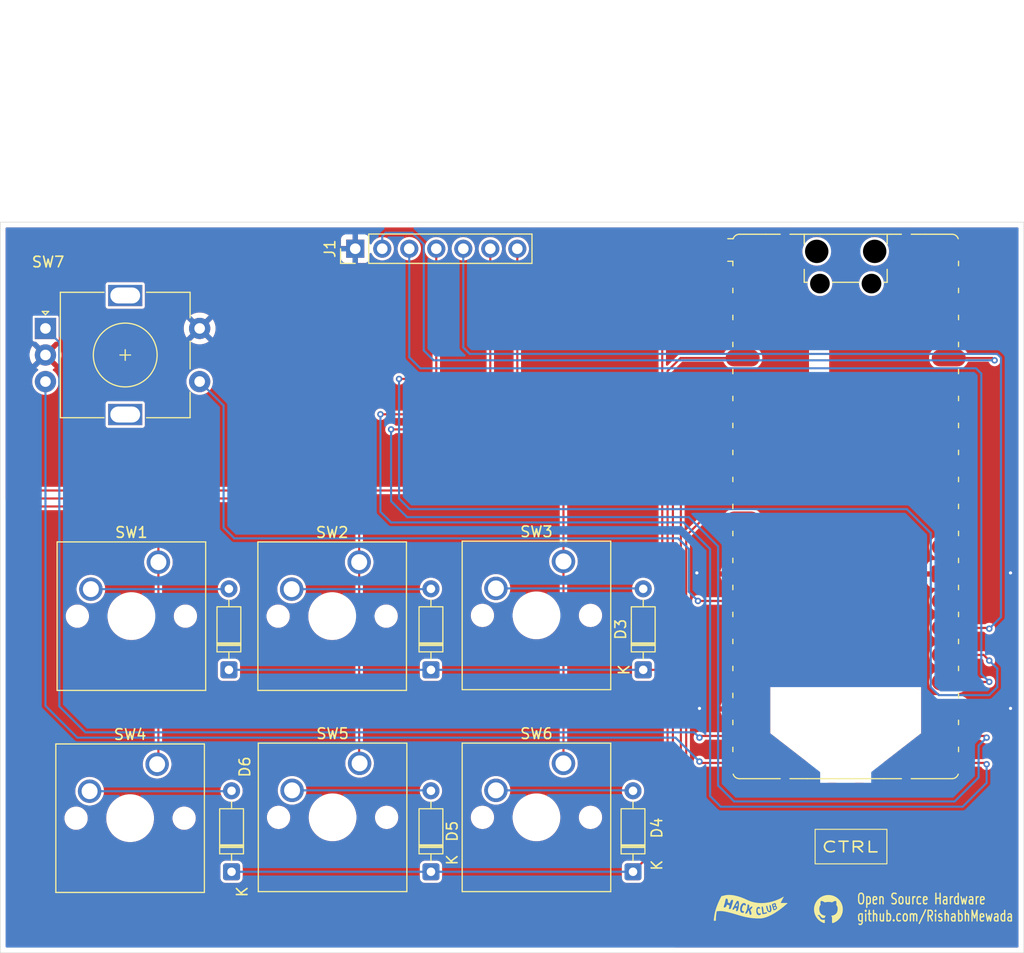
<source format=kicad_pcb>
(kicad_pcb (version 20241229) (generator "pcbnew") (generator_version "9.0")
  (layers (0 "F.Cu" signal) (2 "B.Cu" signal) (13 "F.Paste" user) (15 "B.Paste" user) (5 "F.SilkS" user "F.Silkscreen") (7 "B.SilkS" user "B.Silkscreen") (1 "F.Mask" user) (3 "B.Mask" user) (25 "Edge.Cuts" user))
  (net 0 "")
  (net 1 "ENC_SW")
  (net 5 "RE-2")
  (net 7 "COL2")
  (net 8 "GND")
  (net 9 "COL1")
  (net 10 "TFT_CS")
  (net 13 "3V3")
  (net 16 "ROW2")
  (net 21 "TFT_SCK")
  (net 23 "TFT_MOSI")
  (net 30 "TFT_RST")
  (net 31 "ROW1")
  (net 32 "COL3")
  (net 33 "RE-1")
  (net 34 "TFT_DC")
  (net 35 "Net-(D1-A)")
  (net 36 "Net-(D2-A)")
  (net 37 "Net-(D3-A)")
  (net 38 "Net-(D4-A)")
  (net 39 "Net-(D5-A)")
  (net 40 "Net-(D6-A)")
  (footprint "Rotary_Encoder:RotaryEncoder_Alps_EC11E-Switch_Vertical_H20mm" (layer "F.Cu") (at 115.25 64.5)
    (property "Reference" "SW7")
    (property "Value" "RotaryEncoder_Switch")
  )
  (footprint "Button_Switch_Keyboard:SW_Cherry_MX_1.00u_PCB" (layer "F.Cu") (at 163.96 86.42)
    (property "Reference" "SW3")
    (property "Value" "SW_Push")
  )
  (footprint "Button_Switch_Keyboard:SW_Cherry_MX_1.00u_PCB" (layer "F.Cu") (at 144.79 105.42)
    (property "Reference" "SW5")
    (property "Value" "SW_Push")
  )
  (footprint "Diode_THT:D_DO-35_SOD27_P7.62mm_Horizontal" (layer "F.Cu") (at 151.5 96.62 90)
    (property "Reference" "D2" (hide yes))
    (property "Value" "DSB5712" (hide yes))
  )
  (footprint "Button_Switch_Keyboard:SW_Cherry_MX_1.00u_PCB" (layer "F.Cu") (at 125.75 105.5)
    (property "Reference" "SW4")
    (property "Value" "SW_Push")
  )
  (footprint "Diode_THT:D_DO-35_SOD27_P7.62mm_Horizontal" (layer "F.Cu") (at 132.5 96.62 90)
    (property "Reference" "D1" (hide yes))
    (property "Value" "DSB5712" (hide yes))
  )
  (footprint "Connector_PinHeader_2.54mm:PinHeader_1x07_P2.54mm_Vertical" (layer "F.Cu") (at 144.38 57 90)
    (property "Reference" "J1")
    (property "Value" "Conn_01x07")
  )
  (footprint "Diode_THT:D_DO-35_SOD27_P7.62mm_Horizontal" (layer "F.Cu") (at 171.46 96.62 90)
    (property "Reference" "D3")
    (property "Value" "DSB5712" (hide yes))
  )
  (footprint "Diode_THT:D_DO-35_SOD27_P7.62mm_Horizontal" (layer "F.Cu") (at 151.5 115.62 90)
    (property "Reference" "D5")
    (property "Value" "DSB5712" (hide yes))
  )
  (footprint "Module:RaspberryPi_Pico_Common_SMD" (layer "F.Cu") (at 190.5 81.25)
    (property "Reference" "A1" (hide yes))
    (property "Value" "RaspberryPi_Pico")
  )
  (footprint "Button_Switch_Keyboard:SW_Cherry_MX_1.00u_PCB" (layer "F.Cu") (at 163.96 105.42)
    (property "Reference" "SW6")
    (property "Value" "SW_Push")
  )
  (footprint "Diode_THT:D_DO-35_SOD27_P7.62mm_Horizontal" (layer "F.Cu") (at 132.75 115.62 90)
    (property "Reference" "D6")
    (property "Value" "DSB5712" (hide yes))
  )
  (footprint "Button_Switch_Keyboard:SW_Cherry_MX_1.00u_PCB" (layer "F.Cu") (at 125.87 86.49)
    (property "Reference" "SW1")
    (property "Value" "SW_Push")
  )
  (footprint "Button_Switch_Keyboard:SW_Cherry_MX_1.00u_PCB" (layer "F.Cu") (at 144.75 86.49)
    (property "Reference" "SW2")
    (property "Value" "SW_Push")
  )
  (footprint "Diode_THT:D_DO-35_SOD27_P7.62mm_Horizontal" (layer "F.Cu") (at 170.5 115.62 90)
    (property "Reference" "D4")
    (property "Value" "DSB5712" (hide yes))
  )
  (gr_poly (pts (xy 179.590883 117.79695) (xy 179.74188 117.806487) (xy 179.90791 117.826865) (xy 179.996656 117.841622) (xy 180.089273 117.859692) (xy 180.185798 117.881276) (xy 180.286269 117.906575) (xy 180.390723 117.93579) (xy 180.499197 117.969122) (xy 180.611729 118.006772) (xy 180.728357 118.04894) (xy 180.849117 118.095828) (xy 180.974048 118.147636) (xy 181.103187 118.204566) (xy 181.236571 118.266818) (xy 181.382865 118.33228) (xy 181.528997 118.388653) (xy 181.674727 118.436362) (xy 181.819818 118.475833) (xy 181.96403 118.507492) (xy 182.107125 118.531763) (xy 182.248865 118.549074) (xy 182.389009 118.559849) (xy 182.52732 118.564514) (xy 182.663559 118.563495) (xy 182.797487 118.557217) (xy 182.928865 118.546106) (xy 183.057455 118.530587) (xy 183.183018 118.511087) (xy 183.305315 118.48803) (xy 183.424107 118.461843) (xy 183.650222 118.401779) (xy 183.859454 118.3343) (xy 184.049893 118.26281) (xy 184.219629 118.190716) (xy 184.366751 118.12142) (xy 184.48935 118.05833) (xy 184.653339 117.964382) (xy 184.654236 117.963898) (xy 184.655165 117.963531) (xy 184.656121 117.963275) (xy 184.6571 117.963127) (xy 184.658095 117.963081) (xy 184.659103 117.963133) (xy 184.660118 117.963278) (xy 184.661136 117.963512) (xy 184.662151 117.963828) (xy 184.663158 117.964224) (xy 184.664153 117.964694) (xy 184.66513 117.965233) (xy 184.666085 117.965836) (xy 184.667013 117.9665) (xy 184.667908 117.967219) (xy 184.668767 117.967988) (xy 184.669582 117.968803) (xy 184.670351 117.969659) (xy 184.671068 117.970551) (xy 184.671727 117.971474) (xy 184.672325 117.972425) (xy 184.672856 117.973397) (xy 184.673314 117.974387) (xy 184.673696 117.97539) (xy 184.673996 117.9764) (xy 184.674209 117.977413) (xy 184.674331 117.978425) (xy 184.674356 117.979431) (xy 184.674279 117.980425) (xy 184.674096 117.981404) (xy 184.673801 117.982363) (xy 184.673389 117.983296) (xy 184.389195 118.536492) (xy 184.388806 118.537313) (xy 184.388477 118.538143) (xy 184.388208 118.538977) (xy 184.387998 118.539815) (xy 184.387845 118.540653) (xy 184.387747 118.541491) (xy 184.387705 118.542325) (xy 184.387715 118.543154) (xy 184.387778 118.543975) (xy 184.387891 118.544786) (xy 184.388054 118.545584) (xy 184.388265 118.546369) (xy 184.388523 118.547137) (xy 184.388826 118.547887) (xy 184.389174 118.548616) (xy 184.389565 118.549322) (xy 184.389998 118.550002) (xy 184.390472 118.550656) (xy 184.390985 118.55128) (xy 184.391535 118.551872) (xy 184.392123 118.55243) (xy 184.392745 118.552953) (xy 184.393402 118.553437) (xy 184.394092 118.55388) (xy 184.394814 118.554282) (xy 184.395565 118.554638) (xy 184.396346 118.554948) (xy 184.397155 118.555208) (xy 184.39799 118.555417) (xy 184.39885 118.555573) (xy 184.399734 118.555673) (xy 184.400641 118.555715) (xy 184.630246 118.557614) (xy 184.812595 118.557607) (xy 185.020862 118.55587) (xy 185.021969 118.555895) (xy 185.023043 118.555997) (xy 185.024084 118.556173) (xy 185.025089 118.556419) (xy 185.026056 118.556732) (xy 185.026983 118.557108) (xy 185.027869 118.557543) (xy 185.028711 118.558035) (xy 185.029508 118.558579) (xy 185.030257 118.559173) (xy 185.030957 118.559812) (xy 185.031607 118.560493) (xy 185.032203 118.561213) (xy 185.032744 118.561968) (xy 185.033228 118.562754) (xy 185.033654 118.563569) (xy 185.034019 118.564408) (xy 185.034322 118.565268) (xy 185.03456 118.566145) (xy 185.034732 118.567037) (xy 185.034836 118.567939) (xy 185.03487 118.568848) (xy 185.034832 118.56976) (xy 185.03472 118.570673) (xy 185.034533 118.571582) (xy 185.034267 118.572483) (xy 185.033922 118.573374) (xy 185.033496 118.574252) (xy 185.032986 118.575111) (xy 185.032392 118.575949) (xy 185.03171 118.576763) (xy 185.030939 118.577549) (xy 184.906077 118.691794) (xy 184.688345 118.879192) (xy 184.394947 119.112501) (xy 184.22525 119.237859) (xy 184.043087 119.364478) (xy 183.85061 119.488954) (xy 183.649969 119.607882) (xy 183.443315 119.717856) (xy 183.232797 119.81547) (xy 183.020567 119.89732) (xy 182.914482 119.931269) (xy 182.808774 119.96) (xy 182.703714 119.983088) (xy 182.59957 120.000106) (xy 182.496611 120.010629) (xy 182.395105 120.014231) (xy 182.183947 120.011142) (xy 181.984294 120.002204) (xy 181.7952 119.98791) (xy 181.615722 119.968752) (xy 181.444915 119.945224) (xy 181.281836 119.91782) (xy 181.12554 119.887031) (xy 180.975083 119.85335) (xy 180.829521 119.817272) (xy 180.68791 119.779289) (xy 180.412763 119.699578) (xy 180.142089 119.618164) (xy 179.868334 119.538989) (xy 179.765932 119.51136) (xy 181.058984 119.51136) (xy 181.059624 119.519348) (xy 181.061108 119.526786) (xy 181.063405 119.533632) (xy 181.066484 119.539847) (xy 181.070315 119.545392) (xy 181.074866 119.550225) (xy 181.080106 119.554308) (xy 181.086005 119.557601) (xy 181.092532 119.560063) (xy 181.099655 119.561655) (xy 181.107345 119.562337) (xy 181.11557 119.562068) (xy 181.124299 119.56081) (xy 181.133501 119.558522) (xy 181.143146 119.555165) (xy 181.153203 119.550697) (xy 181.16364 119.545081) (xy 181.174427 119.538275) (xy 181.185534 119.53024) (xy 181.196928 119.520936) (xy 181.20858 119.510323) (xy 181.220458 119.498362) (xy 181.232532 119.485012) (xy 181.244771 119.470233) (xy 181.257143 119.453986) (xy 181.269618 119.43623) (xy 181.275712 119.426972) (xy 181.281826 119.416336) (xy 181.287903 119.404594) (xy 181.293886 119.392019) (xy 181.299718 119.378883) (xy 181.305342 119.36546) (xy 181.315738 119.338839) (xy 181.324618 119.314339) (xy 181.331525 119.294139) (xy 181.337598 119.275362) (xy 181.395683 119.268825) (xy 181.422515 119.392446) (xy 181.443426 119.497618) (xy 181.452072 119.546648) (xy 181.458108 119.587823) (xy 181.459712 119.596356) (xy 181.462143 119.60462) (xy 181.465346 119.612581) (xy 181.469262 119.620201) (xy 181.473834 119.627446) (xy 181.479006 119.63428) (xy 181.48472 119.640668) (xy 181.490918 119.646574) (xy 181.497545 119.651963) (xy 181.504542 119.656799) (xy 181.511852 119.661047) (xy 181.519419 119.664671) (xy 181.527185 119.667635) (xy 181.535092 119.669905) (xy 181.543085 119.671444) (xy 181.551104 119.672218) (xy 181.559095 119.67219) (xy 181.566998 119.671326) (xy 181.574758 119.669589) (xy 181.582316 119.666944) (xy 181.589616 119.663356) (xy 181.596601 119.658789) (xy 181.603213 119.653207) (xy 181.609395 119.646576) (xy 181.615091 119.638859) (xy 181.620242 119.630022) (xy 181.624792 119.620028) (xy 181.628683 119.608842) (xy 181.631859 119.596428) (xy 181.634262 119.582752) (xy 181.635835 119.567777) (xy 181.636521 119.551469) (xy 181.633586 119.527151) (xy 181.629131 119.500773) (xy 181.623118 119.472327) (xy 181.615509 119.441802) (xy 181.606264 119.409189) (xy 181.595346 119.374477) (xy 181.582715 119.337657) (xy 181.568334 119.298719) (xy 181.564411 119.288086) (xy 182.090861 119.288086) (xy 182.09117 119.319726) (xy 182.092257 119.343527) (xy 182.093914 119.366674) (xy 182.096137 119.389155) (xy 182.098923 119.410957) (xy 182.102266 119.432068) (xy 182.106164 119.452476) (xy 182.110611 119.472168) (xy 182.115604 119.491131) (xy 182.121138 119.509354) (xy 182.127209 119.526823) (xy 182.133814 119.543527) (xy 182.140948 119.559453) (xy 182.148606 119.574589) (xy 182.156786 119.588921) (xy 182.165482 119.602439) (xy 182.17469 119.615128) (xy 182.184407 119.626978) (xy 182.194628 119.637975) (xy 182.205349 119.648107) (xy 182.216565 119.657362) (xy 182.228274 119.665727) (xy 182.24047 119.67319) (xy 182.253149 119.679738) (xy 182.266308 119.685359) (xy 182.279942 119.690041) (xy 182.294047 119.693771) (xy 182.308619 119.696536) (xy 182.323653 119.698325) (xy 182.339146 119.699125) (xy 182.355094 119.698923) (xy 182.371491 119.697707) (xy 182.388335 119.695465) (xy 182.40475 119.692413) (xy 182.419892 119.688805) (xy 182.433809 119.684684) (xy 182.446546 119.680092) (xy 182.458149 119.67507) (xy 182.468664 119.669661) (xy 182.478137 119.663906) (xy 182.486614 119.657848) (xy 182.494141 119.651527) (xy 182.500763 119.644987) (xy 182.506528 119.638269) (xy 182.51148 119.631415) (xy 182.515666 119.624466) (xy 182.519132 119.617465) (xy 182.521923 119.610454) (xy 182.524086 119.603475) (xy 182.525667 119.596569) (xy 182.526711 119.589779) (xy 182.527264 119.583146) (xy 182.527373 119.576712) (xy 182.527083 119.57052) (xy 182.526441 119.56461) (xy 182.525492 119.559026) (xy 182.524282 119.553808) (xy 182.522857 119.548999) (xy 182.521264 119.544641) (xy 182.519547 119.540776) (xy 182.517754 119.537445) (xy 182.51593 119.534691) (xy 182.514121 119.532556) (xy 182.512372 119.53108) (xy 182.510731 119.530307) (xy 182.508314 119.529528) (xy 182.506013 119.528551) (xy 182.501284 119.526325) (xy 182.498618 119.525239) (xy 182.495592 119.524278) (xy 182.492086 119.523526) (xy 182.487982 119.523061) (xy 182.483161 119.522967) (xy 182.477503 119.523323) (xy 182.470889 119.524212) (xy 182.463201 119.525714) (xy 182.454318 119.527911) (xy 182.444123 119.530883) (xy 182.432495 119.534712) (xy 182.419315 119.53948) (xy 182.412369 119.541931) (xy 182.40553 119.544023) (xy 182.398795 119.54575) (xy 182.392163 119.547109) (xy 182.385633 119.548097) (xy 182.379202 119.54871) (xy 182.372869 119.548943) (xy 182.366633 119.548794) (xy 182.360491 119.548258) (xy 182.354442 119.547331) (xy 182.348484 119.546011) (xy 182.342615 119.544292) (xy 182.336834 119.542172) (xy 182.331139 119.539646) (xy 182.325529 119.536711) (xy 182.320001 119.533363) (xy 182.314554 119.529598) (xy 182.309186 119.525412) (xy 182.303896 119.520802) (xy 182.298681 119.515765) (xy 182.29354 119.510295) (xy 182.288472 119.504389) (xy 182.283474 119.498045) (xy 182.278546 119.491257) (xy 182.273684 119.484022) (xy 182.268888 119.476336) (xy 182.259486 119.459597) (xy 182.250326 119.441011) (xy 182.241393 119.420546) (xy 182.235745 119.405236) (xy 182.230517 119.388422) (xy 182.225795 119.370308) (xy 182.221665 119.351098) (xy 182.218212 119.330996) (xy 182.215524 119.310206) (xy 182.213686 119.288931) (xy 182.212784 119.267375) (xy 182.212905 119.245743) (xy 182.214134 119.224237) (xy 182.216558 119.203061) (xy 182.220263 119.18242) (xy 182.225334 119.162517) (xy 182.231859 119.143555) (xy 182.235692 119.134491) (xy 182.239922 119.12574) (xy 182.244557 119.117325) (xy 182.24961 119.109273) (xy 182.25118 119.106998) (xy 182.252744 119.104826) (xy 182.2543 119.102753) (xy 182.255847 119.100777) (xy 182.257385 119.098894) (xy 182.258912 119.097101) (xy 182.261926 119.093776) (xy 182.264882 119.090778) (xy 182.267769 119.088081) (xy 182.270577 119.085664) (xy 182.273297 119.083501) (xy 182.275918 119.081569) (xy 182.278431 119.079844) (xy 182.280826 119.078303) (xy 182.283094 119.07692) (xy 182.290693 119.072506) (xy 182.29384 119.070703) (xy 182.296986 119.069127) (xy 182.300126 119.067767) (xy 182.303256 119.066613) (xy 182.306368 119.065655) (xy 182.309459 119.064883) (xy 182.312522 119.064287) (xy 182.315553 119.063856) (xy 182.318545 119.063581) (xy 182.321494 119.063452) (xy 182.324395 119.063458) (xy 182.327241 119.063589) (xy 182.330027 119.063836) (xy 182.332749 119.064188) (xy 182.3354 119.064636) (xy 182.337976 119.065169) (xy 182.340471 119.065776) (xy 182.342879 119.066449) (xy 182.347414 119.067949) (xy 182.35154 119.069588) (xy 182.355212 119.071286) (xy 182.358389 119.072962) (xy 182.361026 119.074536) (xy 182.363082 119.075926) (xy 182.364513 119.077053) (xy 182.373105 119.083016) (xy 182.381259 119.088167) (xy 182.388978 119.092532) (xy 182.396267 119.09614) (xy 182.403131 119.099019) (xy 182.409573 119.101196) (xy 182.415598 119.1027) (xy 182.42121 119.103558) (xy 182.426414 119.103797) (xy 182.431214 119.103446) (xy 182.435614 119.102533) (xy 182.439619 119.101085) (xy 182.443232 119.09913) (xy 182.446459 119.096696) (xy 182.449303 119.093811) (xy 182.451769 119.090502) (xy 182.453861 119.086798) (xy 182.455584 119.082725) (xy 182.456941 119.078313) (xy 182.457938 119.073589) (xy 182.458578 119.06858) (xy 182.458865 119.063314) (xy 182.458805 119.05782) (xy 182.458401 119.052125) (xy 182.457658 119.046256) (xy 182.45658 119.040243) (xy 182.455171 119.034111) (xy 182.453436 119.02789) (xy 182.451379 119.021607) (xy 182.449004 119.01529) (xy 182.446316 119.008967) (xy 182.443319 119.002665) (xy 182.436244 118.993062) (xy 182.42901 118.984018) (xy 182.422536 118.976594) (xy 182.593542 118.976594) (xy 182.594065 118.995646) (xy 182.595248 119.016063) (xy 182.599296 119.060352) (xy 182.6051 119.108184) (xy 182.61207 119.158282) (xy 182.627155 119.260176) (xy 182.634094 119.309418) (xy 182.639844 119.355822) (xy 182.653475 119.484554) (xy 182.656147 119.507346) (xy 182.659103 119.529297) (xy 182.662633 119.551865) (xy 182.667026 119.576506) (xy 182.669233 119.582543) (xy 182.673308 119.587607) (xy 182.679127 119.591749) (xy 182.686563 119.595019) (xy 182.695492 119.597467) (xy 182.705787 119.599143) (xy 182.717324 119.600098) (xy 182.729976 119.600381) (xy 182.758126 119.599136) (xy 182.789232 119.595809) (xy 182.822292 119.590801) (xy 182.856301 119.584514) (xy 182.923148 119.569713) (xy 182.981742 119.554618) (xy 183.024051 119.542444) (xy 183.042042 119.536405) (xy 183.043978 119.535454) (xy 183.046578 119.534467) (xy 183.05343 119.532151) (xy 183.057512 119.530704) (xy 183.061918 119.528986) (xy 183.066563 119.526938) (xy 183.071362 119.524501) (xy 183.07623 119.521617) (xy 183.078663 119.519988) (xy 183.081082 119.518226) (xy 183.083475 119.516322) (xy 183.085832 119.51427) (xy 183.088143 119.512062) (xy 183.090396 119.50969) (xy 183.092582 119.507148) (xy 183.094689 119.504427) (xy 183.096707 119.501521) (xy 183.098625 119.498423) (xy 183.100433 119.495124) (xy 183.102119 119.491618) (xy 183.103675 119.487897) (xy 183.105088 119.483953) (xy 183.106465 119.480047) (xy 183.107305 119.476281) (xy 183.107633 119.472657) (xy 183.107473 119.469178) (xy 183.106848 119.465844) (xy 183.105783 119.462657) (xy 183.104302 119.45962) (xy 183.102428 119.456733) (xy 183.100187 119.453999) (xy 183.097601 119.451419) (xy 183.094696 119.448995) (xy 183.091494 119.446728) (xy 183.088021 119.444621) (xy 183.084299 119.442674) (xy 183.076209 119.43927) (xy 183.067416 119.436531) (xy 183.058113 119.434469) (xy 183.048492 119.433098) (xy 183.038746 119.432431) (xy 183.029067 119.432483) (xy 183.019647 119.433266) (xy 183.010679 119.434795) (xy 183.002355 119.437083) (xy 182.981617 119.443251) (xy 182.953112 119.450434) (xy 182.919761 119.457675) (xy 182.902183 119.461019) (xy 182.884489 119.464019) (xy 182.867045 119.466557) (xy 182.850216 119.468511) (xy 182.834369 119.469764) (xy 182.819867 119.470196) (xy 182.807077 119.469686) (xy 182.801437 119.469041) (xy 182.796363 119.468117) (xy 182.791899 119.466897) (xy 182.788091 119.465367) (xy 182.784985 119.463513) (xy 182.782627 119.461319) (xy 182.779043 119.453772) (xy 182.776085 119.440978) (xy 182.773625 119.423491) (xy 182.771536 119.401869) (xy 182.764336 119.285129) (xy 182.759644 119.21639) (xy 182.752865 119.146666) (xy 182.748373 119.112823) (xy 182.742977 119.080402) (xy 182.736548 119.049956) (xy 182.72896 119.022043) (xy 182.727361 119.012634) (xy 182.72568 119.003597) (xy 182.723921 118.994927) (xy 182.722088 118.986621) (xy 182.720183 118.978672) (xy 182.718209 118.971076) (xy 182.716171 118.963827) (xy 182.71407 118.956921) (xy 182.71191 118.950351) (xy 182.709694 118.944114) (xy 182.707425 118.938204) (xy 182.705107 118.932615) (xy 182.702743 118.927343) (xy 182.700335 118.922383) (xy 182.697887 118.917729) (xy 182.695403 118.913377) (xy 182.692884 118.909321) (xy 182.690335 118.905556) (xy 182.687759 118.902077) (xy 182.685158 118.898879) (xy 182.682536 118.895957) (xy 182.679897 118.893305) (xy 182.677242 118.890919) (xy 182.674575 118.888794) (xy 182.671901 118.886924) (xy 182.66922 118.885304) (xy 182.666538 118.883929) (xy 182.663856 118.882794) (xy 182.661179 118.881895) (xy 182.658509 118.881225) (xy 182.655849 118.880779) (xy 182.653203 118.880553) (xy 182.653203 118.880554) (xy 182.650224 118.880557) (xy 182.647271 118.880828) (xy 182.644349 118.881359) (xy 182.641463 118.882144) (xy 182.638616 118.883174) (xy 182.635813 118.884442) (xy 182.633059 118.885941) (xy 182.630359 118.887663) (xy 182.627717 118.889601) (xy 182.625138 118.891747) (xy 182.620185 118.896634) (xy 182.615539 118.902266) (xy 182.611235 118.908582) (xy 182.607311 118.915522) (xy 182.603803 118.923028) (xy 182.600747 118.93104) (xy 182.59818 118.939497) (xy 182.59614 118.948341) (xy 182.594662 118.957511) (xy 182.593784 118.966949) (xy 182.593542 118.976594) (xy 182.422536 118.976594) (xy 182.421618 118.975542) (xy 182.41407 118.96764) (xy 182.40637 118.960319) (xy 182.398517 118.953587) (xy 182.390515 118.947451) (xy 182.382365 118.941917) (xy 182.37407 118.936994) (xy 182.36563 118.932688) (xy 182.357049 118.929006) (xy 182.348328 118.925956) (xy 182.33947 118.923545) (xy 182.330475 118.921779) (xy 182.321347 118.920667) (xy 182.312087 118.920215) (xy 182.304795 118.920325) (xy 182.297425 118.920842) (xy 182.289978 118.92177) (xy 182.282456 118.923111) (xy 182.274859 118.92487) (xy 182.267189 118.92705) (xy 182.259445 118.929654) (xy 182.251629 118.932685) (xy 182.243742 118.936147) (xy 182.235785 118.940043) (xy 182.227758 118.944376) (xy 182.219663 118.94915) (xy 182.2115 118.954368) (xy 182.203271 118.960033) (xy 182.194976 118.966149) (xy 182.186616 118.972718) (xy 182.175408 118.984723) (xy 182.164761 118.997984) (xy 182.154705 119.012507) (xy 182.145269 119.028301) (xy 182.136484 119.045373) (xy 182.128378 119.063731) (xy 182.120981 119.083383) (xy 182.114322 119.104336) (xy 182.108431 119.126598) (xy 182.103337 119.150176) (xy 182.099071 119.175079) (xy 182.09566 119.201314) (xy 182.093135 119.228888) (xy 182.091526 119.25781) (xy 182.090861 119.288086) (xy 181.564411 119.288086) (xy 181.563773 119.286355) (xy 181.558555 119.273467) (xy 181.551809 119.258392) (xy 181.547963 119.25057) (xy 181.543856 119.242842) (xy 181.539528 119.235423) (xy 181.53502 119.228528) (xy 181.530371 119.222369) (xy 181.528007 119.219633) (xy 181.525622 119.217162) (xy 181.523223 119.214981) (xy 181.520814 119.213119) (xy 181.518399 119.211602) (xy 181.515985 119.210456) (xy 181.544771 119.181001) (xy 181.574643 119.149325) (xy 181.609404 119.110919) (xy 181.64498 119.069212) (xy 181.661801 119.048192) (xy 181.677299 119.027631) (xy 181.690964 119.007959) (xy 181.702286 118.989604) (xy 181.710758 118.972995) (xy 181.713766 118.965478) (xy 181.71587 118.958559) (xy 181.718668 118.945028) (xy 181.720176 118.932241) (xy 181.720307 118.920419) (xy 181.71983 118.914937) (xy 181.718977 118.909778) (xy 181.717738 118.90497) (xy 181.716102 118.900538) (xy 181.714058 118.896512) (xy 181.711596 118.892918) (xy 181.708705 118.889783) (xy 181.705374 118.887135) (xy 181.701593 118.885002) (xy 181.697351 118.883409) (xy 181.692638 118.882385) (xy 181.687443 118.881958) (xy 181.681755 118.882154) (xy 181.675564 118.883) (xy 181.668859 118.884525) (xy 181.66163 118.886754) (xy 181.653866 118.889717) (xy 181.645555 118.893439) (xy 181.636689 118.897949) (xy 181.627255 118.903273) (xy 181.617244 118.90944) (xy 181.606645 118.916475) (xy 181.595447 118.924407) (xy 181.583639 118.933263) (xy 181.571212 118.943071) (xy 181.558153 118.953856) (xy 181.545144 118.964904) (xy 181.532853 118.975479) (xy 181.521261 118.985591) (xy 181.510347 118.995247) (xy 181.500093 119.004456) (xy 181.490477 119.013225) (xy 181.481479 119.021561) (xy 181.473081 119.029474) (xy 181.46526 119.036971) (xy 181.457998 119.044059) (xy 181.451275 119.050748) (xy 181.445069 119.057044) (xy 181.439362 119.062956) (xy 181.434133 119.068491) (xy 181.429362 119.073658) (xy 181.42503 119.078464) (xy 181.417598 119.087026) (xy 181.411678 119.094241) (xy 181.407109 119.100172) (xy 181.40373 119.104883) (xy 181.401382 119.108436) (xy 181.399903 119.110896) (xy 181.398913 119.112787) (xy 181.404161 119.08728) (xy 181.409469 119.05871) (xy 181.415453 119.022542) (xy 181.421278 118.980986) (xy 181.42611 118.936251) (xy 181.427892 118.913382) (xy 181.429113 118.890548) (xy 181.429465 118.876287) (xy 183.016912 118.876287) (xy 183.016955 118.882647) (xy 183.017444 118.889183) (xy 183.020977 118.915625) (xy 183.026068 118.943265) (xy 183.033085 118.974019) (xy 183.042399 119.009803) (xy 183.06939 119.104121) (xy 183.109997 119.241539) (xy 183.116635 119.260409) (xy 183.123945 119.277943) (xy 183.131872 119.29419) (xy 183.140363 119.309195) (xy 183.149365 119.323006) (xy 183.158824 119.335672) (xy 183.168687 119.347238) (xy 183.178901 119.357752) (xy 183.189412 119.367263) (xy 183.200168 119.375816) (xy 183.211114 119.383459) (xy 183.222197 119.39024) (xy 183.233364 119.396206) (xy 183.244562 119.401405) (xy 183.255738 119.405882) (xy 183.266837 119.409687) (xy 183.277807 119.412866) (xy 183.288594 119.415466) (xy 183.309406 119.419121) (xy 183.328847 119.421029) (xy 183.34649 119.42157) (xy 183.361909 119.421121) (xy 183.374676 119.420062) (xy 183.390548 119.417627) (xy 183.398604 119.415471) (xy 183.40626 119.41295) (xy 183.41353 119.41008) (xy 183.420425 119.406875) (xy 183.42696 119.40335) (xy 183.433145 119.399522) (xy 183.438995 119.395404) (xy 183.444521 119.391012) (xy 183.449737 119.386361) (xy 183.454655 119.381467) (xy 183.459289 119.376344) (xy 183.46365 119.371008) (xy 183.471606 119.359756) (xy 183.478626 119.347832) (xy 183.484812 119.335358) (xy 183.490266 119.322454) (xy 183.495088 119.309243) (xy 183.499382 119.295844) (xy 183.50679 119.268971) (xy 183.513305 119.242805) (xy 183.516023 119.227955) (xy 183.517575 119.210373) (xy 183.518043 119.190362) (xy 183.517505 119.168224) (xy 183.516042 119.144259) (xy 183.513734 119.11877) (xy 183.506901 119.064424) (xy 183.497646 119.007598) (xy 183.486606 118.950705) (xy 183.474422 118.896158) (xy 183.461732 118.84637) (xy 183.457269 118.834926) (xy 183.452492 118.824131) (xy 183.447432 118.813998) (xy 183.442122 118.804538) (xy 183.436593 118.795765) (xy 183.433757 118.79164) (xy 183.430877 118.787691) (xy 183.427959 118.783921) (xy 183.425005 118.78033) (xy 183.422021 118.77692) (xy 183.419009 118.773694) (xy 183.415974 118.770651) (xy 183.412921 118.767795) (xy 183.409852 118.765126) (xy 183.406771 118.762647) (xy 183.403684 118.760359) (xy 183.400593 118.758262) (xy 183.397502 118.75636) (xy 183.394417 118.754654) (xy 183.391339 118.753145) (xy 183.388274 118.751834) (xy 183.385226 118.750724) (xy 183.382198 118.749816) (xy 183.379194 118.749112) (xy 183.376219 118.748612) (xy 183.373276 118.74832) (xy 183.370369 118.748236) (xy 183.365928 118.748523) (xy 183.361599 118.749325) (xy 183.357397 118.750646) (xy 183.353337 118.752494) (xy 183.349433 118.754873) (xy 183.345701 118.757791) (xy 183.342155 118.761252) (xy 183.33881 118.765264) (xy 183.335681 118.769831) (xy 183.332782 118.77496) (xy 183.33013 118.780658) (xy 183.327737 118.786929) (xy 183.32562 118.793779) (xy 183.323793 118.801216) (xy 183.322271 118.809244) (xy 183.321069 118.81787) (xy 183.321113 118.82407) (xy 183.321537 118.830552) (xy 183.322314 118.837318) (xy 183.323414 118.844371) (xy 183.326467 118.859348) (xy 183.330467 118.875504) (xy 183.340386 118.911428) (xy 183.345844 118.931238) (xy 183.351326 118.952306) (xy 183.359018 118.998778) (xy 183.366325 119.046633) (xy 183.372541 119.094465) (xy 183.375019 119.117932) (xy 183.37696 119.140866) (xy 183.378274 119.16309) (xy 183.378875 119.184429) (xy 183.378673 119.204706) (xy 183.377581 119.223746) (xy 183.375509 119.241373) (xy 183.372371 119.257411) (xy 183.368077 119.271685) (xy 183.365469 119.278104) (xy 183.362539 119.284017) (xy 183.359829 119.287616) (xy 183.356945 119.290937) (xy 183.353901 119.293983) (xy 183.350707 119.296757) (xy 183.347374 119.299259) (xy 183.343915 119.301494) (xy 183.340339 119.303461) (xy 183.336659 119.305165) (xy 183.332885 119.306607) (xy 183.32903 119.30779) (xy 183.325104 119.308715) (xy 183.321119 119.309384) (xy 183.317086 119.309801) (xy 183.313017 119.309967) (xy 183.308922 119.309885) (xy 183.304813 119.309556) (xy 183.300702 119.308983) (xy 183.296599 119.308168) (xy 183.292517 119.307113) (xy 183.288466 119.305821) (xy 183.284457 119.304294) (xy 183.280503 119.302533) (xy 183.276614 119.300542) (xy 183.272801 119.298322) (xy 183.269077 119.295876) (xy 183.265452 119.293205) (xy 183.261938 119.290312) (xy 183.258545 119.2872) (xy 183.255286 119.28387) (xy 183.252172 119.280325) (xy 183.249214 119.276566) (xy 183.246423 119.272597) (xy 183.236736 119.250823) (xy 183.22739 119.226087) (xy 183.21837 119.198892) (xy 183.209662 119.169744) (xy 183.193124 119.107604) (xy 183.177657 119.043704) (xy 183.163147 118.98208) (xy 183.149475 118.926769) (xy 183.142917 118.902741) (xy 183.136526 118.881805) (xy 183.130285 118.864466) (xy 183.124182 118.851227) (xy 183.120122 118.844465) (xy 183.115909 118.838383) (xy 183.111563 118.832965) (xy 183.107104 118.828193) (xy 183.102551 118.824052) (xy 183.097924 118.820524) (xy 183.093245 118.817593) (xy 183.088532 118.815242) (xy 183.083806 118.813453) (xy 183.079087 118.812211) (xy 183.074394 118.811499) (xy 183.069748 118.811299) (xy 183.065168 118.811596) (xy 183.060676 118.812371) (xy 183.05629 118.813609) (xy 183.052031 118.815293) (xy 183.047918 118.817406) (xy 183.043973 118.819931) (xy 183.040214 118.822852) (xy 183.036662 118.826151) (xy 183.033336 118.829813) (xy 183.030258 118.833819) (xy 183.027446 118.838154) (xy 183.024921 118.842801) (xy 183.022702 118.847742) (xy 183.020811 118.852962) (xy 183.019266 118.858443) (xy 183.018088 118.864169) (xy 183.017297 118.870123) (xy 183.016912 118.876287) (xy 181.429465 118.876287) (xy 181.429668 118.868023) (xy 181.429453 118.846085) (xy 181.430048 118.838295) (xy 181.430243 118.830606) (xy 181.430055 118.823028) (xy 181.429497 118.815571) (xy 181.428585 118.808244) (xy 181.427334 118.801057) (xy 181.425757 118.794021) (xy 181.423871 118.787144) (xy 181.421689 118.780437) (xy 181.419227 118.773908) (xy 181.4165 118.767569) (xy 181.413522 118.761428) (xy 181.410308 118.755496) (xy 181.406872 118.749781) (xy 181.403231 118.744295) (xy 181.399398 118.739046) (xy 181.395389 118.734044) (xy 181.391218 118.7293) (xy 181.3869 118.724822) (xy 181.384424 118.722485) (xy 183.559268 118.722485) (xy 183.559324 118.72519) (xy 183.559763 118.730513) (xy 183.560521 118.735728) (xy 183.561461 118.740847) (xy 183.563328 118.750846) (xy 183.631095 118.972658) (xy 183.678045 119.132847) (xy 183.693773 119.191116) (xy 183.698324 119.210525) (xy 183.700141 119.221825) (xy 183.700536 119.223519) (xy 183.701239 119.225106) (xy 183.702239 119.226586) (xy 183.703527 119.227959) (xy 183.705091 119.229226) (xy 183.706921 119.230388) (xy 183.711336 119.232398) (xy 183.716689 119.233993) (xy 183.722893 119.235179) (xy 183.729866 119.23596) (xy 183.737521 119.23634) (xy 183.745776 119.236325) (xy 183.754544 119.23592) (xy 183.763741 119.235128) (xy 183.773284 119.233955) (xy 183.783086 119.232406) (xy 183.793064 119.230484) (xy 183.803134 119.228196) (xy 183.813209 119.225545) (xy 183.842176 119.215248) (xy 183.869382 119.204228) (xy 183.894791 119.192524) (xy 183.906809 119.186428) (xy 183.918364 119.180176) (xy 183.929451 119.173773) (xy 183.940066 119.167225) (xy 183.950203 119.160535) (xy 183.959859 119.153709) (xy 183.969028 119.146752) (xy 183.977706 119.139669) (xy 183.985888 119.132465) (xy 183.99357 119.125145) (xy 184.000747 119.117714) (xy 184.007414 119.110177) (xy 184.013568 119.102539) (xy 184.019202 119.094805) (xy 184.024313 119.086979) (xy 184.028897 119.079067) (xy 184.032947 119.071075) (xy 184.03646 119.063006) (xy 184.039431 119.054865) (xy 184.041856 119.046659) (xy 184.04373 119.038391) (xy 184.045047 119.030067) (xy 184.045805 119.021692) (xy 184.045997 119.013271) (xy 184.04562 119.004808) (xy 184.044668 118.996309) (xy 184.041751 118.979539) (xy 184.037979 118.963332) (xy 184.035781 118.955458) (xy 184.033379 118.947748) (xy 184.030778 118.940208) (xy 184.027981 118.932846) (xy 184.02499 118.92567) (xy 184.021811 118.918687) (xy 184.018445 118.911904) (xy 184.014897 118.90533) (xy 184.01117 118.898971) (xy 184.007268 118.892835) (xy 184.003194 118.88693) (xy 183.998951 118.881263) (xy 183.994544 118.875841) (xy 183.989975 118.870673) (xy 183.985248 118.865765) (xy 183.980366 118.861125) (xy 183.975334 118.856761) (xy 183.970154 118.85268) (xy 183.96483 118.848889) (xy 183.959365 118.845396) (xy 183.953764 118.842209) (xy 183.948029 118.839335) (xy 183.942163 118.836782) (xy 183.936171 118.834556) (xy 183.930056 118.832666) (xy 183.923822 118.831119) (xy 183.917471 118.829922) (xy 183.911007 118.829084) (xy 183.91447 118.821807) (xy 183.918283 118.813275) (xy 183.923027 118.801985) (xy 183.928358 118.788311) (xy 183.933933 118.772632) (xy 183.939408 118.755324) (xy 183.942002 118.746177) (xy 183.944442 118.736764) (xy 183.945352 118.731257) (xy 183.94605 118.725704) (xy 183.94654 118.720115) (xy 183.946827 118.7145) (xy 183.946914 118.708868) (xy 183.946806 118.703229) (xy 183.946508 118.697593) (xy 183.946022 118.691969) (xy 183.944507 118.680795) (xy 183.942293 118.669786) (xy 183.939415 118.659018) (xy 183.935905 118.648568) (xy 183.931797 118.638514) (xy 183.927124 118.628933) (xy 183.921918 118.619901) (xy 183.919127 118.615615) (xy 183.916214 118.611496) (xy 183.913185 118.607553) (xy 183.910044 118.603795) (xy 183.906795 118.600233) (xy 183.903441 118.596876) (xy 183.899988 118.593733) (xy 183.896439 118.590814) (xy 183.892798 118.588129) (xy 183.88907 118.585688) (xy 183.885836 118.584561) (xy 183.882573 118.583506) (xy 183.879281 118.582523) (xy 183.875961 118.581612) (xy 183.872611 118.580772) (xy 183.869232 118.580005) (xy 183.862385 118.578685) (xy 183.855417 118.57765) (xy 183.848328 118.576901) (xy 183.841115 118.576437) (xy 183.833777 118.576257) (xy 183.82253 118.576519) (xy 183.810991 118.577418) (xy 183.799153 118.578954) (xy 183.787009 118.581124) (xy 183.774554 118.583928) (xy 183.761782 118.587362) (xy 183.748685 118.591426) (xy 183.735258 118.596119) (xy 183.721495 118.601437) (xy 183.70739 118.607381) (xy 183.692935 118.613948) (xy 183.678126 118.621136) (xy 183.662955 118.628944) (xy 183.647416 118.63737) (xy 183.631504 118.646413) (xy 183.615211 118.656071) (xy 183.608862 118.659755) (xy 183.602991 118.663376) (xy 183.59758 118.666938) (xy 183.592614 118.670441) (xy 183.588073 118.673887) (xy 183.583942 118.677278) (xy 183.580202 118.680614) (xy 183.576837 118.683898) (xy 183.573828 118.68713) (xy 183.571159 118.690313) (xy 183.568813 118.693448) (xy 183.566772 118.696537) (xy 183.565018 118.69958) (xy 183.563535 118.70258) (xy 183.562304 118.705537) (xy 183.56131 118.708454) (xy 183.560534 118.711333) (xy 183.559959 118.714173) (xy 183.559568 118.716978) (xy 183.559343 118.719748) (xy 183.559268 118.722485) (xy 181.384424 118.722485) (xy 181.38245 118.720621) (xy 181.377882 118.716706) (xy 181.373212 118.713087) (xy 181.368455 118.709774) (xy 181.363624 118.706776) (xy 181.358736 118.704103) (xy 181.353804 118.701766) (xy 181.348844 118.699773) (xy 181.34387 118.698134) (xy 181.338898 118.69686) (xy 181.333942 118.69596) (xy 181.329016 118.695443) (xy 181.324137 118.695319) (xy 181.324137 118.69532) (xy 181.319753 118.695557) (xy 181.31543 118.696135) (xy 181.31118 118.697062) (xy 181.307013 118.698343) (xy 181.302941 118.699987) (xy 181.298975 118.702001) (xy 181.297035 118.703149) (xy 181.295125 118.704392) (xy 181.293248 118.705732) (xy 181.291404 118.707168) (xy 181.289595 118.708702) (xy 181.287822 118.710335) (xy 181.286086 118.712067) (xy 181.28439 118.7139) (xy 181.282734 118.715835) (xy 181.281119 118.717872) (xy 181.278021 118.722257) (xy 181.275107 118.727063) (xy 181.272387 118.732297) (xy 181.269874 118.737965) (xy 181.267577 118.744076) (xy 181.260573 118.768857) (xy 181.255466 118.793956) (xy 181.251876 118.819527) (xy 181.249424 118.845723) (xy 181.243418 118.959831) (xy 181.24097 118.991457) (xy 181.237385 119.024631) (xy 181.232284 119.059506) (xy 181.225287 119.096234) (xy 181.216016 119.134972) (xy 181.20409 119.17587) (xy 181.189132 119.219085) (xy 181.170761 119.264768) (xy 181.165529 119.276802) (xy 181.159559 119.289816) (xy 181.145945 119.317921) (xy 181.13101 119.347357) (xy 181.11584 119.376398) (xy 181.074591 119.454084) (xy 181.06952 119.464543) (xy 181.065478 119.47469) (xy 181.062434 119.484485) (xy 181.060358 119.493888) (xy 181.059218 119.50286) (xy 181.058984 119.51136) (xy 179.765932 119.51136) (xy 179.611586 119.469716) (xy 179.384762 119.413088) (xy 179.280837 119.389544) (xy 179.182312 119.369196) (xy 179.088493 119.352055) (xy 178.998685 119.338132) (xy 178.912196 119.327439) (xy 178.828332 119.319988) (xy 178.746397 119.315789) (xy 178.6657 119.314855) (xy 178.585545 119.317196) (xy 178.505239 119.322824) (xy 178.424088 119.331751) (xy 178.341399 119.343988) (xy 178.340501 119.344107) (xy 178.339614 119.344167) (xy 178.338739 119.344168) (xy 178.337877 119.344114) (xy 178.337031 119.344005) (xy 178.336203 119.343843) (xy 178.335393 119.343631) (xy 178.334604 119.34337) (xy 178.333838 119.343062) (xy 178.333095 119.342709) (xy 178.332379 119.342312) (xy 178.33169 119.341875) (xy 178.33103 119.341397) (xy 178.330401 119.340882) (xy 178.329804 119.340331) (xy 178.329242 119.339747) (xy 178.328716 119.339129) (xy 178.328228 119.338482) (xy 178.327779 119.337806) (xy 178.327371 119.337104) (xy 178.327006 119.336376) (xy 178.326686 119.335626) (xy 178.326412 119.334855) (xy 178.326186 119.334064) (xy 178.32601 119.333257) (xy 178.325885 119.332433) (xy 178.325813 119.331596) (xy 178.325796 119.330747) (xy 178.325835 119.329888) (xy 178.325933 119.329021) (xy 178.32609 119.328148) (xy 178.32631 119.32727) (xy 178.447935 118.900164) (xy 179.034888 118.900164) (xy 179.035612 118.916821) (xy 179.037824 118.93155) (xy 179.04142 118.944408) (xy 179.046293 118.955454) (xy 179.052338 118.964748) (xy 179.059448 118.972347) (xy 179.067518 118.978311) (xy 179.076442 118.982698) (xy 179.086114 118.985567) (xy 179.096429 118.986977) (xy 179.10728 118.986986) (xy 179.118562 118.985653) (xy 179.130169 118.983036) (xy 179.141995 118.979195) (xy 179.153934 118.974188) (xy 179.165881 118.968074) (xy 179.177729 118.960911) (xy 179.189373 118.952758) (xy 179.200708 118.943675) (xy 179.211626 118.933718) (xy 179.222023 118.922948) (xy 179.231793 118.911423) (xy 179.240829 118.899202) (xy 179.249026 118.886343) (xy 179.256279 118.872905) (xy 179.287785 118.812541) (xy 179.315523 118.75846) (xy 179.342785 118.704569) (xy 179.568585 118.791127) (xy 179.557171 118.853174) (xy 179.545404 118.913775) (xy 179.531817 118.979023) (xy 179.525968 118.998989) (xy 179.521667 119.017527) (xy 179.518838 119.034658) (xy 179.5174 119.050401) (xy 179.517277 119.064777) (xy 179.51839 119.077806) (xy 179.520661 119.089509) (xy 179.524012 119.099905) (xy 179.528363 119.109015) (xy 179.533638 119.11686) (xy 179.539758 119.123459) (xy 179.546644 119.128832) (xy 179.554218 119.133001) (xy 179.562403 119.135984) (xy 179.571119 119.137803) (xy 179.580289 119.138478) (xy 179.589835 119.138029) (xy 179.599677 119.136476) (xy 179.601562 119.135982) (xy 179.855206 119.135982) (xy 179.855248 119.145398) (xy 179.856218 119.154301) (xy 179.858083 119.162622) (xy 179.860808 119.17029) (xy 179.86436 119.177236) (xy 179.868705 119.183389) (xy 179.87381 119.188679) (xy 179.87964 119.193037) (xy 179.886161 119.196391) (xy 179.893341 119.198671) (xy 179.901144 119.199809) (xy 179.909537 119.199732) (xy 179.918487 119.198372) (xy 179.92796 119.195659) (xy 179.937921 119.191521) (xy 179.948337 119.185889) (xy 179.959174 119.178693) (xy 179.970398 119.169863) (xy 179.981976 119.159328) (xy 179.993874 119.147018) (xy 180.006057 119.132864) (xy 180.018493 119.116794) (xy 180.031147 119.09874) (xy 180.043985 119.078631) (xy 180.056973 119.056396) (xy 180.070079 119.031965) (xy 180.248621 119.051912) (xy 180.232452 119.100207) (xy 180.216173 119.150986) (xy 180.197926 119.210998) (xy 180.193565 119.223526) (xy 180.190273 119.235383) (xy 180.188005 119.246563) (xy 180.186715 119.25706) (xy 180.186357 119.266866) (xy 180.186886 119.275974) (xy 180.188255 119.284377) (xy 180.19042 119.292069) (xy 180.193334 119.299043) (xy 180.196952 119.305291) (xy 180.201228 119.310806) (xy 180.206116 119.315583) (xy 180.211571 119.319613) (xy 180.217547 119.322891) (xy 180.223998 119.325408) (xy 180.230878 119.327158) (xy 180.238143 119.328135) (xy 180.245745 119.32833) (xy 180.25364 119.327738) (xy 180.261781 119.326351) (xy 180.270123 119.324163) (xy 180.278621 119.321166) (xy 180.287228 119.317354) (xy 180.295899 119.31272) (xy 180.304588 119.307256) (xy 180.313249 119.300956) (xy 180.321837 119.293813) (xy 180.330306 119.28582) (xy 180.33861 119.27697) (xy 180.346704 119.267256) (xy 180.354541 119.256671) (xy 180.362077 119.245208) (xy 180.367529 119.233594) (xy 180.375022 119.212048) (xy 180.393681 119.145554) (xy 180.569488 119.145554) (xy 180.570061 119.173717) (xy 180.571814 119.202737) (xy 180.57496 119.232214) (xy 180.579715 119.261745) (xy 180.58629 119.290929) (xy 180.594899 119.319364) (xy 180.605757 119.346649) (xy 180.611472 119.359066) (xy 180.617638 119.37071) (xy 180.62422 119.381607) (xy 180.631182 119.391782) (xy 180.638487 119.401261) (xy 180.646099 119.410069) (xy 180.653983 119.418233) (xy 180.662101 119.425776) (xy 180.670418 119.432726) (xy 180.678897 119.439106) (xy 180.687503 119.444944) (xy 180.696199 119.450263) (xy 180.704949 119.455091) (xy 180.713717 119.459452) (xy 180.722467 119.463371) (xy 180.731163 119.466875) (xy 180.748246 119.472738) (xy 180.764678 119.477244) (xy 180.780169 119.480597) (xy 180.79443 119.483001) (xy 180.818106 119.485779) (xy 180.833391 119.487209) (xy 180.847846 119.482507) (xy 180.86108 119.477491) (xy 180.873138 119.47219) (xy 180.884065 119.466633) (xy 180.893904 119.460851) (xy 180.902702 119.454873) (xy 180.910501 119.448729) (xy 180.917348 119.442449) (xy 180.923286 119.436063) (xy 180.928359 119.429599) (xy 180.932614 119.423089) (xy 180.936094 119.416562) (xy 180.938843 119.410047) (xy 180.940907 119.403574) (xy 180.94233 119.397174) (xy 180.943157 119.390875) (xy 180.943432 119.384708) (xy 180.943199 119.378702) (xy 180.942504 119.372888) (xy 180.941391 119.367294) (xy 180.939904 119.361951) (xy 180.938089 119.356888) (xy 180.935989 119.352135) (xy 180.93365 119.347723) (xy 180.931115 119.343679) (xy 180.92843 119.340036) (xy 180.925639 119.336821) (xy 180.922786 119.334065) (xy 180.919917 119.331798) (xy 180.917076 119.330049) (xy 180.914307 119.328849) (xy 180.911655 119.328226) (xy 180.897981 119.327822) (xy 180.883391 119.327601) (xy 180.868138 119.327041) (xy 180.860342 119.326471) (xy 180.852475 119.325621) (xy 180.844569 119.324425) (xy 180.836655 119.322817) (xy 180.828765 119.320734) (xy 180.820931 119.318109) (xy 180.813184 119.314877) (xy 180.809354 119.313014) (xy 180.805557 119.310974) (xy 180.801797 119.30875) (xy 180.798079 119.306333) (xy 180.794407 119.303716) (xy 180.790784 119.30089) (xy 180.784908 119.295743) (xy 180.779468 119.290149) (xy 180.774449 119.284135) (xy 180.769839 119.277726) (xy 180.765624 119.270949) (xy 180.76179 119.263829) (xy 180.758323 119.256393) (xy 180.755211 119.248667) (xy 180.749994 119.232446) (xy 180.746031 119.215377) (xy 180.743212 119.197667) (xy 180.74143 119.179524) (xy 180.740576 119.161157) (xy 180.740541 119.142774) (xy 180.741217 119.124583) (xy 180.742495 119.106792) (xy 180.744267 119.08961) (xy 180.746424 119.073245) (xy 180.751459 119.043799) (xy 180.765815 118.993911) (xy 180.774411 118.966319) (xy 180.783959 118.937775) (xy 180.794464 118.908889) (xy 180.805932 118.880269) (xy 180.818368 118.852527) (xy 180.831776 118.826271) (xy 180.838847 118.81389) (xy 180.846163 118.80211) (xy 180.853725 118.791007) (xy 180.861533 118.780656) (xy 180.869589 118.771134) (xy 180.877892 118.762517) (xy 180.886444 118.754881) (xy 180.895245 118.748302) (xy 180.904296 118.742858) (xy 180.913597 118.738623) (xy 180.92315 118.735674) (xy 180.932954 118.734087) (xy 180.94301 118.733939) (xy 180.95332 118.735306) (xy 180.963883 118.738263) (xy 180.974701 118.742887) (xy 180.981207 118.750902) (xy 180.987588 118.758176) (xy 180.993841 118.764735) (xy 180.999963 118.770602) (xy 181.00595 118.775803) (xy 181.011801 118.780363) (xy 181.017511 118.784306) (xy 181.023079 118.787657) (xy 181.028502 118.790442) (xy 181.033776 118.792684) (xy 181.038898 118.79441) (xy 181.043866 118.795642) (xy 181.048678 118.796408) (xy 181.053329 118.79673) (xy 181.057817 118.796634) (xy 181.062139 118.796145) (xy 181.066293 118.795288) (xy 181.070275 118.794088) (xy 181.074083 118.792568) (xy 181.077713 118.790755) (xy 181.081164 118.788673) (xy 181.084431 118.786346) (xy 181.087512 118.7838) (xy 181.090404 118.78106) (xy 181.093105 118.778149) (xy 181.095611 118.775094) (xy 181.097919 118.771919) (xy 181.100027 118.768648) (xy 181.101932 118.765307) (xy 181.103631 118.76192) (xy 181.10512 118.758513) (xy 181.106398 118.755109) (xy 181.10826 118.749133) (xy 181.109745 118.742769) (xy 181.110845 118.736057) (xy 181.111554 118.729033) (xy 181.111864 118.721738) (xy 181.111767 118.714209) (xy 181.111257 118.706486) (xy 181.110326 118.698606) (xy 181.108965 118.69061) (xy 181.107169 118.682534) (xy 181.10493 118.674418) (xy 181.10224 118.666301) (xy 181.099091 118.65822) (xy 181.095477 118.650215) (xy 181.09139 118.642325) (xy 181.086823 118.634588) (xy 181.081767 118.627042) (xy 181.076217 118.619726) (xy 181.070164 118.612679) (xy 181.063601 118.60594) (xy 181.056521 118.599546) (xy 181.048916 118.593537) (xy 181.040779 118.587952) (xy 181.032102 118.582829) (xy 181.022878 118.578206) (xy 181.0131 118.574122) (xy 181.002761 118.570616) (xy 180.991852 118.567726) (xy 180.980367 118.565492) (xy 180.968297 118.563951) (xy 180.955637 118.563143) (xy 180.942377 118.563105) (xy 180.93874 118.563231) (xy 180.93506 118.563416) (xy 180.931338 118.56366) (xy 180.927572 118.563965) (xy 180.923763 118.56433) (xy 180.91991 118.564756) (xy 180.916012 118.565243) (xy 180.912069 118.565792) (xy 180.889561 118.567184) (xy 180.867978 118.570925) (xy 180.847307 118.576858) (xy 180.827534 118.584826) (xy 180.808644 118.594671) (xy 180.790625 118.606238) (xy 180.773462 118.619369) (xy 180.757141 118.633906) (xy 180.741649 118.649694) (xy 180.726971 118.666576) (xy 180.713095 118.684394) (xy 180.700005 118.702991) (xy 180.687689 118.722211) (xy 180.676132 118.741896) (xy 180.655242 118.782036) (xy 180.637224 118.822155) (xy 180.621967 118.860998) (xy 180.609361 118.897309) (xy 180.599294 118.929834) (xy 180.58634 118.9785) (xy 180.582218 118.996955) (xy 180.576857 119.031663) (xy 180.572717 119.070228) (xy 180.569882 119.11865) (xy 180.569488 119.145554) (xy 180.393681 119.145554) (xy 180.394332 119.143233) (xy 180.416401 119.04692) (xy 180.437625 118.931263) (xy 180.446794 118.868728) (xy 180.454401 118.804416) (xy 180.459994 118.739344) (xy 180.463124 118.674533) (xy 180.463339 118.611002) (xy 180.46019 118.54977) (xy 180.453225 118.491856) (xy 180.441994 118.438281) (xy 180.437791 118.430517) (xy 180.43345 118.422777) (xy 180.428993 118.415124) (xy 180.42444 118.40762) (xy 180.419813 118.400328) (xy 180.415133 118.393312) (xy 180.410421 118.386634) (xy 180.405697 118.380357) (xy 180.400983 118.374544) (xy 180.396301 118.369258) (xy 180.39167 118.364562) (xy 180.389381 118.362455) (xy 180.387113 118.360519) (xy 180.384868 118.358763) (xy 180.382649 118.357192) (xy 180.380459 118.355817) (xy 180.378301 118.354644) (xy 180.376177 118.353682) (xy 180.374089 118.352938) (xy 180.372041 118.35242) (xy 180.370035 118.352136) (xy 180.367725 118.351906) (xy 180.365392 118.351709) (xy 180.363037 118.351551) (xy 180.360656 118.351438) (xy 180.351523 118.351418) (xy 180.342106 118.352077) (xy 180.332433 118.353501) (xy 180.322537 118.355775) (xy 180.312448 118.358986) (xy 180.302196 118.363217) (xy 180.291813 118.368555) (xy 180.281329 118.375085) (xy 180.270775 118.382893) (xy 180.265481 118.387303) (xy 180.260181 118.392064) (xy 180.254879 118.397188) (xy 180.249579 118.402684) (xy 180.244284 118.408564) (xy 180.238998 118.414837) (xy 180.233726 118.421516) (xy 180.228471 118.42861) (xy 180.223237 118.436131) (xy 180.218027 118.444088) (xy 180.212846 118.452493) (xy 180.207698 118.461356) (xy 180.197513 118.4805) (xy 180.125466 118.617862) (xy 180.036934 118.781953) (xy 179.948399 118.943357) (xy 179.876344 119.072661) (xy 179.870106 119.083676) (xy 179.864999 119.094601) (xy 179.860989 119.105364) (xy 179.858043 119.115895) (xy 179.856127 119.126125) (xy 179.855206 119.135982) (xy 179.601562 119.135982) (xy 179.609739 119.133839) (xy 179.619941 119.13014) (xy 179.630205 119.125397) (xy 179.640454 119.119632) (xy 179.650608 119.112864) (xy 179.66059 119.105114) (xy 179.670322 119.096402) (xy 179.679725 119.086748) (xy 179.688721 119.076173) (xy 179.697231 119.064696) (xy 179.705178 119.052339) (xy 179.712483 119.039121) (xy 179.719068 119.025062) (xy 179.724855 119.010184) (xy 179.810523 118.738681) (xy 179.838038 118.646307) (xy 179.863794 118.554239) (xy 179.885694 118.467529) (xy 179.90164 118.391229) (xy 179.905634 118.380164) (xy 179.908407 118.369212) (xy 179.910015 118.358426) (xy 179.910516 118.34786) (xy 179.909967 118.337566) (xy 179.908424 118.327597) (xy 179.905943 118.318006) (xy 179.902583 118.308846) (xy 179.8984 118.30017) (xy 179.893451 118.292032) (xy 179.887792 118.284483) (xy 179.88148 118.277577) (xy 179.874573 118.271368) (xy 179.867127 118.265907) (xy 179.8592 118.261247) (xy 179.850847 118.257443) (xy 179.842125 118.254547) (xy 179.833093 118.252611) (xy 179.823806 118.251688) (xy 179.814321 118.251833) (xy 179.804695 118.253097) (xy 179.794986 118.255533) (xy 179.78525 118.259195) (xy 179.775543 118.264135) (xy 179.765923 118.270407) (xy 179.756446 118.278063) (xy 179.74717 118.287157) (xy 179.738152 118.297741) (xy 179.729447 118.309868) (xy 179.721113 118.323591) (xy 179.713207 118.338963) (xy 179.705786 118.356038) (xy 179.697855 118.370173) (xy 179.689462 118.385925) (xy 179.671825 118.420882) (xy 179.65395 118.458118) (xy 179.636914 118.494842) (xy 179.609658 118.555593) (xy 179.598661 118.580804) (xy 179.505196 118.545444) (xy 179.470715 118.531912) (xy 179.440471 118.519557) (xy 179.418808 118.509903) (xy 179.412551 118.506567) (xy 179.410804 118.505355) (xy 179.410068 118.504478) (xy 179.409472 118.502612) (xy 179.409043 118.500577) (xy 179.408649 118.496021) (xy 179.408808 118.490861) (xy 179.409444 118.485143) (xy 179.410482 118.478918) (xy 179.411845 118.472232) (xy 179.415243 118.457676) (xy 179.419029 118.441863) (xy 179.422595 118.425181) (xy 179.424105 118.416636) (xy 179.425331 118.408019) (xy 179.426198 118.399379) (xy 179.42663 118.390764) (xy 179.425868 118.374376) (xy 179.424789 118.358615) (xy 179.423402 118.343475) (xy 179.42172 118.328947) (xy 179.419753 118.315024) (xy 179.417512 118.301699) (xy 179.415009 118.288963) (xy 179.412255 118.27681) (xy 179.409261 118.26523) (xy 179.406038 118.254218) (xy 179.402598 118.243764) (xy 179.398952 118.233862) (xy 179.39511 118.224504) (xy 179.391084 118.215681) (xy 179.386885 118.207387) (xy 179.382525 118.199613) (xy 179.378014 118.192353) (xy 179.373364 118.185598) (xy 179.368585 118.179341) (xy 179.36369 118.173573) (xy 179.358689 118.168288) (xy 179.353593 118.163478) (xy 179.348414 118.159135) (xy 179.343163 118.155251) (xy 179.33785 118.151819) (xy 179.332488 118.148831) (xy 179.327087 118.146279) (xy 179.321659 118.144156) (xy 179.316214 118.142454) (xy 179.310764 118.141165) (xy 179.30532 118.140283) (xy 179.299894 118.139798) (xy 179.295692 118.139691) (xy 179.291513 118.139817) (xy 179.287361 118.140171) (xy 179.283243 118.140751) (xy 179.279163 118.141552) (xy 179.275127 118.142572) (xy 179.271139 118.143806) (xy 179.267205 118.145251) (xy 179.263331 118.146903) (xy 179.259521 118.148759) (xy 179.255781 118.150815) (xy 179.252116 118.153067) (xy 179.248531 118.155512) (xy 179.245032 118.158146) (xy 179.241624 118.160966) (xy 179.238312 118.163968) (xy 179.235101 118.167148) (xy 179.231996 118.170503) (xy 179.229004 118.174029) (xy 179.226128 118.177722) (xy 179.223375 118.181579) (xy 179.220749 118.185597) (xy 179.218256 118.189772) (xy 179.215902 118.194099) (xy 179.21369 118.198576) (xy 179.211627 118.203199) (xy 179.209718 118.207964) (xy 179.207968 118.212868) (xy 179.206383 118.217907) (xy 179.204967 118.223077) (xy 179.203725 118.228375) (xy 179.202664 118.233797) (xy 179.186118 118.321393) (xy 179.174955 118.374598) (xy 179.161537 118.433738) (xy 179.145618 118.498561) (xy 179.126952 118.568817) (xy 179.105294 118.644254) (xy 179.080398 118.72462) (xy 179.067737 118.756424) (xy 179.057305 118.785888) (xy 179.048997 118.813071) (xy 179.042708 118.838031) (xy 179.03833 118.860827) (xy 179.035759 118.881519) (xy 179.034888 118.900164) (xy 178.447935 118.900164) (xy 178.499116 118.720434) (xy 178.835038 117.95136) (xy 178.835217 117.950964) (xy 178.835404 117.950578) (xy 178.835599 117.950203) (xy 178.835803 117.949838) (xy 178.836016 117.949483) (xy 178.836239 117.949138) (xy 178.836473 117.948803) (xy 178.836718 117.948478) (xy 178.836974 117.948163) (xy 178.837243 117.947857) (xy 178.837525 117.947561) (xy 178.83782 117.947274) (xy 178.838129 117.946996) (xy 178.838453 117.946728) (xy 178.838792 117.946468) (xy 178.839146 117.946218) (xy 178.859007 117.933889) (xy 178.898768 117.912922) (xy 178.959065 117.886732) (xy 178.997114 117.872745) (xy 179.040536 117.858733) (xy 179.08941 117.845122) (xy 179.143816 117.83234) (xy 179.203834 117.820814) (xy 179.269543 117.810969) (xy 179.341023 117.803234) (xy 179.418353 117.798034) (xy 179.501613 117.795797)) (fill yes) (layer "F.SilkS"))
  (gr_poly (pts (xy 178.875 117.875) (xy 178.877322 117.875148) (xy 178.879716 117.875402) (xy 178.882052 117.875787) (xy 178.884204 117.876321) (xy 178.886177 117.876998) (xy 178.887977 117.87781) (xy 178.889609 117.878751) (xy 178.891077 117.879814) (xy 178.892389 117.880993) (xy 178.893548 117.88228) (xy 178.89456 117.883668) (xy 178.895431 117.885152) (xy 178.896165 117.886723) (xy 178.896768 117.888376) (xy 178.897246 117.890104) (xy 178.897603 117.891899) (xy 178.897845 117.893756) (xy 178.897977 117.895667) (xy 178.898004 117.897625) (xy 178.897932 117.899624) (xy 178.897767 117.901656) (xy 178.897513 117.903716) (xy 178.897175 117.905796) (xy 178.89676 117.90789) (xy 178.895715 117.912091) (xy 178.894423 117.916264) (xy 178.892924 117.920356) (xy 178.891262 117.924313) (xy 178.889478 117.928079) (xy 178.842634 118.027008) (xy 178.794914 118.132323) (xy 178.735747 118.268306) (xy 178.668696 118.430034) (xy 178.633328 118.519013) (xy 178.597325 118.612582) (xy 178.561132 118.710125) (xy 178.525196 118.811027) (xy 178.48996 118.914672) (xy 178.455872 119.020445) (xy 178.424701 119.127383) (xy 178.397718 119.234337) (xy 178.374624 119.340407) (xy 178.355119 119.444693) (xy 178.338901 119.546298) (xy 178.325669 119.644323) (xy 178.306966 119.826035) (xy 178.296604 119.98264) (xy 178.292179 120.106946) (xy 178.291525 120.229903) (xy 178.095756 120.229903) (xy 178.096852 120.18454) (xy 178.10307 120.09706) (xy 178.115806 119.973405) (xy 178.136456 119.819516) (xy 178.150184 119.733091) (xy 178.166414 119.641335) (xy 178.18532 119.54499) (xy 178.207077 119.444801) (xy 178.231858 119.341509) (xy 178.259839 119.235857) (xy 178.291194 119.128588) (xy 178.326097 119.020445) (xy 178.403368 118.806717) (xy 178.48541 118.602554) (xy 178.567978 118.413484) (xy 178.646825 118.245029) (xy 178.717705 118.102718) (xy 178.776372 117.992074) (xy 178.818581 117.918623) (xy 178.840085 117.887891) (xy 178.840725 117.88722) (xy 178.841522 117.886457) (xy 178.842633 117.885478) (xy 178.844057 117.884332) (xy 178.845791 117.883073) (xy 178.846774 117.882416) (xy 178.847833 117.881749) (xy 178.84897 117.88108) (xy 178.850182 117.880414) (xy 178.85147 117.879757) (xy 178.852834 117.879117) (xy 178.854273 117.878498) (xy 178.855787 117.877909) (xy 178.857376 117.877355) (xy 178.85904 117.876842) (xy 178.860778 117.876377) (xy 178.86259 117.875966) (xy 178.864476 117.875616) (xy 178.866435 117.875334) (xy 178.868467 117.875124) (xy 178.870572 117.874995) (xy 178.87275 117.874951)) (fill yes) (layer "F.SilkS"))
  (gr_poly (pts (xy 183.87534 118.92867) (xy 183.881046 118.928986) (xy 183.886665 118.929633) (xy 183.89218 118.93063) (xy 183.894894 118.931266) (xy 183.897576 118.931997) (xy 183.900224 118.932824) (xy 183.902836 118.933751) (xy 183.90541 118.93478) (xy 183.907944 118.935914) (xy 183.910436 118.937154) (xy 183.912885 118.938504) (xy 183.915287 118.939965) (xy 183.917642 118.941541) (xy 183.919946 118.943232) (xy 183.922198 118.945043) (xy 183.924397 118.946975) (xy 183.926539 118.949031) (xy 183.928624 118.951213) (xy 183.930648 118.953524) (xy 183.93261 118.955966) (xy 183.934509 118.958541) (xy 183.936341 118.961252) (xy 183.938105 118.964101) (xy 183.9398 118.967091) (xy 183.941422 118.970225) (xy 183.94297 118.973503) (xy 183.944442 118.97693) (xy 183.947882 118.986922) (xy 183.949926 118.996527) (xy 183.950657 119.005752) (xy 183.95016 119.014604) (xy 183.948519 119.023089) (xy 183.945821 119.031214) (xy 183.942148 119.038986) (xy 183.937586 119.046412) (xy 183.93222 119.053498) (xy 183.926133 119.06025) (xy 183.919411 119.066677) (xy 183.912138 119.072784) (xy 183.904398 119.078578) (xy 183.896278 119.084066) (xy 183.87923 119.094149) (xy 183.861671 119.103089) (xy 183.844279 119.110938) (xy 183.8127 119.123578) (xy 183.78991 119.132501) (xy 183.783504 119.135702) (xy 183.781844 119.137011) (xy 183.781325 119.138135) (xy 183.742697 118.97693) (xy 183.754204 118.969594) (xy 183.767246 118.962044) (xy 183.783954 118.953345) (xy 183.793404 118.948903) (xy 183.803435 118.944578) (xy 183.813935 118.940507) (xy 183.824793 118.936823) (xy 183.835896 118.933661) (xy 183.847133 118.931158) (xy 183.858393 118.929447) (xy 183.869563 118.928664)) (fill yes) (layer "F.SilkS"))
  (gr_poly (pts (xy 180.316516 118.581251) (xy 180.317028 118.581298) (xy 180.317532 118.581373) (xy 180.321035 118.5828) (xy 180.324076 118.585683) (xy 180.326678 118.589924) (xy 180.328863 118.595423) (xy 180.330655 118.602083) (xy 180.332077 118.609805) (xy 180.333901 118.628042) (xy 180.33452 118.649346) (xy 180.334119 118.67293) (xy 180.332881 118.698005) (xy 180.330991 118.723784) (xy 180.325991 118.774306) (xy 180.320595 118.818194) (xy 180.314509 118.860865) (xy 180.138499 118.830815) (xy 180.308411 118.583647) (xy 180.30905 118.583279) (xy 180.30968 118.582943) (xy 180.3103 118.582637) (xy 180.310911 118.582363) (xy 180.311512 118.582118) (xy 180.312105 118.581904) (xy 180.312687 118.58172) (xy 180.313261 118.581566) (xy 180.313826 118.581441) (xy 180.314382 118.581345) (xy 180.314929 118.581279) (xy 180.315467 118.581241) (xy 180.315996 118.581232)) (fill yes) (layer "F.SilkS"))
  (gr_poly (pts (xy 188.944737 117.805517) (xy 189.013555 117.810746) (xy 189.08137 117.819357) (xy 189.148097 117.831265) (xy 189.21365 117.846385) (xy 189.277945 117.864633) (xy 189.340897 117.885923) (xy 189.402421 117.91017) (xy 189.462432 117.93729) (xy 189.520844 117.967197) (xy 189.577574 117.999807) (xy 189.632536 118.035034) (xy 189.685645 118.072794) (xy 189.736815 118.113001) (xy 189.785964 118.155571) (xy 189.833004 118.200418) (xy 189.877852 118.247459) (xy 189.920421 118.296607) (xy 189.960629 118.347778) (xy 189.998388 118.400886) (xy 190.033615 118.455848) (xy 190.066225 118.512578) (xy 190.096132 118.570991) (xy 190.123252 118.631001) (xy 190.147499 118.692525) (xy 190.168789 118.755477) (xy 190.187037 118.819772) (xy 190.202157 118.885325) (xy 190.214065 118.952052) (xy 190.222676 119.019867) (xy 190.227905 119.088685) (xy 190.229667 119.158422) (xy 190.228538 119.21419) (xy 190.225182 119.269389) (xy 190.219641 119.323975) (xy 190.21196 119.377903) (xy 190.202183 119.431131) (xy 190.190354 119.483615) (xy 190.176517 119.53531) (xy 190.160717 119.586173) (xy 190.142996 119.636161) (xy 190.1234 119.68523) (xy 190.101972 119.733335) (xy 190.078755 119.780434) (xy 190.053796 119.826482) (xy 190.027136 119.871436) (xy 189.998821 119.915252) (xy 189.968894 119.957887) (xy 189.937399 119.999296) (xy 189.904381 120.039436) (xy 189.869883 120.078263) (xy 189.83395 120.115734) (xy 189.796625 120.151804) (xy 189.757952 120.186431) (xy 189.717976 120.21957) (xy 189.676741 120.251177) (xy 189.63429 120.28121) (xy 189.590668 120.309623) (xy 189.545918 120.336374) (xy 189.500085 120.361419) (xy 189.453213 120.384714) (xy 189.405346 120.406215) (xy 189.356527 120.425879) (xy 189.306801 120.443662) (xy 189.300574 120.44477) (xy 189.294593 120.445562) (xy 189.288853 120.44605) (xy 189.283352 120.446245) (xy 189.278087 120.446158) (xy 189.273054 120.445801) (xy 189.268251 120.445186) (xy 189.263674 120.444323) (xy 189.25932 120.443225) (xy 189.255186 120.441902) (xy 189.25127 120.440367) (xy 189.247567 120.438631) (xy 189.244075 120.436705) (xy 189.240791 120.434601) (xy 189.237712 120.43233) (xy 189.234834 120.429903) (xy 189.232155 120.427333) (xy 189.22967 120.42463) (xy 189.227379 120.421807) (xy 189.225276 120.418873) (xy 189.223359 120.415842) (xy 189.221625 120.412725) (xy 189.220072 120.409532) (xy 189.218694 120.406276) (xy 189.217491 120.402968) (xy 189.216458 120.399619) (xy 189.215592 120.396241) (xy 189.214891 120.392845) (xy 189.214351 120.389443) (xy 189.213969 120.386047) (xy 189.213667 120.379315) (xy 189.215361 120.006782) (xy 189.214873 119.983503) (xy 189.213446 119.961286) (xy 189.21113 119.940121) (xy 189.207979 119.919998) (xy 189.204043 119.900907) (xy 189.199376 119.882838) (xy 189.19403 119.86578) (xy 189.188056 119.849725) (xy 189.181506 119.834662) (xy 189.174433 119.820581) (xy 189.166889 119.807473) (xy 189.158925 119.795327) (xy 189.150594 119.784133) (xy 189.141949 119.773882) (xy 189.13304 119.764564) (xy 189.123921 119.756168) (xy 189.180533 119.748787) (xy 189.237017 119.739027) (xy 189.292885 119.726414) (xy 189.347652 119.710475) (xy 189.400832 119.690736) (xy 189.451938 119.666723) (xy 189.476561 119.652965) (xy 189.500484 119.637962) (xy 189.523645 119.621653) (xy 189.545984 119.60398) (xy 189.56744 119.584883) (xy 189.587952 119.564303) (xy 189.607459 119.54218) (xy 189.625901 119.518457) (xy 189.643217 119.493072) (xy 189.659346 119.465968) (xy 189.674228 119.437084) (xy 189.6878 119.406363) (xy 189.700004 119.373743) (xy 189.710778 119.339167) (xy 189.720061 119.302575) (xy 189.727792 119.263908) (xy 189.733911 119.223106) (xy 189.738357 119.18011) (xy 189.74107 119.134862) (xy 189.741987 119.087302) (xy 189.741377 119.059698) (xy 189.739563 119.032764) (xy 189.736574 119.006495) (xy 189.732436 118.980886) (xy 189.727177 118.955932) (xy 189.720824 118.931627) (xy 189.713404 118.907968) (xy 189.704946 118.884948) (xy 189.695475 118.862564) (xy 189.685019 118.840809) (xy 189.673606 118.81968) (xy 189.661263 118.79917) (xy 189.648017 118.779276) (xy 189.633895 118.759992) (xy 189.618925 118.741313) (xy 189.603134 118.723235) (xy 189.609497 118.705726) (xy 189.61721 118.67905) (xy 189.621002 118.662484) (xy 189.624446 118.64388) (xy 189.627315 118.623321) (xy 189.629381 118.600892) (xy 189.630414 118.576676) (xy 189.630188 118.55076) (xy 189.628473 118.523226) (xy 189.625041 118.494159) (xy 189.619665 118.463643) (xy 189.612117 118.431763) (xy 189.602167 118.398604) (xy 189.589587 118.364248) (xy 189.584206 118.362992) (xy 189.567812 118.361179) (xy 189.555367 118.360982) (xy 189.540027 118.361748) (xy 189.521746 118.363843) (xy 189.500476 118.367635) (xy 189.476169 118.373491) (xy 189.448779 118.381777) (xy 189.418259 118.392861) (xy 189.384562 118.407111) (xy 189.347639 118.424892) (xy 189.307446 118.446573) (xy 189.263933 118.472521) (xy 189.217054 118.503102) (xy 189.17611 118.492386) (xy 189.13461 118.483099) (xy 189.092634 118.475241) (xy 189.050261 118.468812) (xy 189.00757 118.463811) (xy 188.964641 118.460239) (xy 188.921554 118.458096) (xy 188.878387 118.457382) (xy 188.835221 118.458096) (xy 188.792133 118.460239) (xy 188.749204 118.463811) (xy 188.706514 118.468812) (xy 188.664141 118.475241) (xy 188.622165 118.483099) (xy 188.580665 118.492386) (xy 188.539721 118.503102) (xy 188.515858 118.487358) (xy 188.492842 118.4728) (xy 188.470668 118.459382) (xy 188.449329 118.44706) (xy 188.42882 118.435788) (xy 188.409135 118.425521) (xy 188.390268 118.416215) (xy 188.372213 118.407825) (xy 188.354964 118.400306) (xy 188.338515 118.393612) (xy 188.322861 118.387698) (xy 188.307995 118.382521) (xy 188.293912 118.378034) (xy 188.280605 118.374194) (xy 188.26807 118.370954) (xy 188.256299 118.36827) (xy 188.245287 118.366097) (xy 188.235029 118.36439) (xy 188.225517 118.363104) (xy 188.216747 118.362194) (xy 188.208712 118.361616) (xy 188.201407 118.361323) (xy 188.188962 118.361417) (xy 188.179365 118.362116) (xy 188.172568 118.363061) (xy 188.167187 118.364248) (xy 188.160555 118.38157) (xy 188.154608 118.398604) (xy 188.149319 118.415338) (xy 188.144658 118.431763) (xy 188.140598 118.447869) (xy 188.137109 118.463643) (xy 188.134164 118.479077) (xy 188.131733 118.494159) (xy 188.129789 118.508879) (xy 188.128302 118.523226) (xy 188.127244 118.53719) (xy 188.126587 118.55076) (xy 188.12636 118.576676) (xy 188.127394 118.600892) (xy 188.129459 118.623321) (xy 188.132328 118.64388) (xy 188.135773 118.662484) (xy 188.139565 118.67905) (xy 188.143476 118.693492) (xy 188.147277 118.705726) (xy 188.153641 118.723235) (xy 188.13785 118.741332) (xy 188.12288 118.760062) (xy 188.108758 118.779421) (xy 188.095512 118.799408) (xy 188.083168 118.820021) (xy 188.071755 118.841256) (xy 188.0613 118.863111) (xy 188.051829 118.885583) (xy 188.04337 118.908671) (xy 188.035951 118.932372) (xy 188.029598 118.956682) (xy 188.024339 118.981601) (xy 188.020201 119.007124) (xy 188.017212 119.033251) (xy 188.015398 119.059977) (xy 188.014787 119.087302) (xy 188.0157 119.134713) (xy 188.018398 119.179831) (xy 188.022821 119.222715) (xy 188.028909 119.263422) (xy 188.036603 119.30201) (xy 188.04584 119.338538) (xy 188.056563 119.373065) (xy 188.068709 119.405648) (xy 188.08222 119.436346) (xy 188.097036 119.465218) (xy 188.113095 119.49232) (xy 188.130337 119.517713) (xy 188.148704 119.541453) (xy 188.168134 119.5636) (xy 188.188567 119.584211) (xy 188.209944 119.603345) (xy 188.232204 119.62106) (xy 188.255286 119.637415) (xy 188.279131 119.652468) (xy 188.303679 119.666276) (xy 188.32887 119.678899) (xy 188.354642 119.690394) (xy 188.407694 119.710237) (xy 188.462352 119.726269) (xy 188.518137 119.738957) (xy 188.574567 119.748768) (xy 188.631161 119.756168) (xy 188.623903 119.762817) (xy 188.616754 119.770065) (xy 188.609744 119.777919) (xy 188.602903 119.786384) (xy 188.59626 119.795463) (xy 188.589846 119.805162) (xy 188.583689 119.815487) (xy 188.577821 119.826442) (xy 188.572269 119.838031) (xy 188.567065 119.850261) (xy 188.562238 119.863135) (xy 188.557818 119.87666) (xy 188.553834 119.890839) (xy 188.550317 119.905678) (xy 188.547296 119.921182) (xy 188.544801 119.937355) (xy 188.528873 119.944211) (xy 188.510484 119.951166) (xy 188.489913 119.957804) (xy 188.467436 119.963707) (xy 188.443333 119.96846) (xy 188.41788 119.971645) (xy 188.391356 119.972845) (xy 188.377778 119.972571) (xy 188.364037 119.971645) (xy 188.350167 119.970014) (xy 188.336203 119.967626) (xy 188.322179 119.96443) (xy 188.308131 119.960374) (xy 188.294092 119.955404) (xy 188.280098 119.949469) (xy 188.266184 119.942518) (xy 188.252383 119.934497) (xy 188.238731 119.925356) (xy 188.225263 119.91504) (xy 188.212014 119.9035) (xy 188.199017 119.890682) (xy 188.186308 119.876535) (xy 188.173921 119.861006) (xy 188.161892 119.844043) (xy 188.150254 119.825595) (xy 188.138387 119.807891) (xy 188.130743 119.797544) (xy 188.121996 119.786516) (xy 188.112179 119.775041) (xy 188.101319 119.763355) (xy 188.089448 119.751694) (xy 188.076594 119.740293) (xy 188.062788 119.729389) (xy 188.048059 119.719216) (xy 188.032437 119.71001) (xy 188.0243 119.705844) (xy 188.015951 119.702008) (xy 188.007394 119.698532) (xy 187.998633 119.695444) (xy 187.98967 119.692776) (xy 187.980511 119.690555) (xy 187.971157 119.688812) (xy 187.961614 119.687575) (xy 187.951885 119.686876) (xy 187.941974 119.686742) (xy 187.931862 119.687076) (xy 187.922776 119.687749) (xy 187.914677 119.688744) (xy 187.907529 119.690042) (xy 187.901295 119.691626) (xy 187.895938 119.693476) (xy 187.891421 119.695576) (xy 187.887708 119.697907) (xy 187.884761 119.700451) (xy 187.882544 119.703191) (xy 187.88102 119.706108) (xy 187.880151 119.709185) (xy 187.879901 119.712403) (xy 187.880233 119.715744) (xy 187.88111 119.719191) (xy 187.882496 119.722725) (xy 187.884352 119.726328) (xy 187.886643 119.729984) (xy 187.889332 119.733672) (xy 187.892381 119.737376) (xy 187.899414 119.744759) (xy 187.907446 119.751988) (xy 187.916182 119.758919) (xy 187.925328 119.765409) (xy 187.934588 119.771313) (xy 187.943667 119.776488) (xy 187.949088 119.779757) (xy 187.954547 119.783511) (xy 187.960034 119.787719) (xy 187.965538 119.79235) (xy 187.976555 119.802756) (xy 187.987509 119.814482) (xy 187.998314 119.82728) (xy 188.008884 119.840901) (xy 188.019131 119.855098) (xy 188.028969 119.869622) (xy 188.038311 119.884225) (xy 188.04707 119.89866) (xy 188.055159 119.912678) (xy 188.062492 119.926031) (xy 188.07454 119.949751) (xy 188.079082 119.959621) (xy 188.082521 119.967835) (xy 188.088362 119.982868) (xy 188.095912 119.999122) (xy 188.105451 120.016189) (xy 188.11726 120.033663) (xy 188.131619 120.051137) (xy 188.148809 120.068205) (xy 188.169108 120.084458) (xy 188.192799 120.099492) (xy 188.220161 120.112898) (xy 188.235306 120.118863) (xy 188.251474 120.12427) (xy 188.2687 120.129066) (xy 188.287018 120.133201) (xy 188.306465 120.136624) (xy 188.327075 120.139285) (xy 188.348883 120.141132) (xy 188.371924 120.142114) (xy 188.396233 120.142182) (xy 188.421845 120.141283) (xy 188.448796 120.139367) (xy 188.47712 120.136383) (xy 188.506852 120.13228) (xy 188.538027 120.127008) (xy 188.538292 120.20977) (xy 188.538874 120.283642) (xy 188.539721 120.379315) (xy 188.539419 120.386028) (xy 188.538497 120.392776) (xy 188.53693 120.399474) (xy 188.534694 120.406038) (xy 188.533316 120.409243) (xy 188.531762 120.412384) (xy 188.530029 120.415448) (xy 188.528112 120.418427) (xy 188.526009 120.421309) (xy 188.523717 120.424083) (xy 188.521233 120.42674) (xy 188.518554 120.429268) (xy 188.515676 120.431658) (xy 188.512597 120.433898) (xy 188.509313 120.435978) (xy 188.505821 120.437887) (xy 188.502118 120.439615) (xy 188.498202 120.441152) (xy 188.494068 120.442487) (xy 188.489714 120.443609) (xy 188.485137 120.444507) (xy 188.480334 120.445172) (xy 188.475301 120.445593) (xy 188.470036 120.445758) (xy 188.464535 120.445659) (xy 188.458795 120.445283) (xy 188.452814 120.444621) (xy 188.446587 120.443662) (xy 188.347446 120.406234) (xy 188.252185 120.361489) (xy 188.16115 120.309768) (xy 188.074689 120.251415) (xy 187.993149 120.186772) (xy 187.916878 120.11618) (xy 187.846223 120.039983) (xy 187.781531 119.958522) (xy 187.723149 119.872139) (xy 187.671424 119.781178) (xy 187.626705 119.68598) (xy 187.589337 119.586888) (xy 187.559669 119.484244) (xy 187.538048 119.37839) (xy 187.52482 119.269668) (xy 187.521463 119.214339) (xy 187.520334 119.158422) (xy 187.522096 119.088685) (xy 187.527325 119.019867) (xy 187.535936 118.952052) (xy 187.547844 118.885325) (xy 187.562964 118.819772) (xy 187.581212 118.755477) (xy 187.602502 118.692525) (xy 187.626749 118.631001) (xy 187.653869 118.570991) (xy 187.683776 118.512578) (xy 187.716386 118.455848) (xy 187.751613 118.400886) (xy 187.789373 118.347778) (xy 187.82958 118.296607) (xy 187.87215 118.247459) (xy 187.916997 118.200418) (xy 187.964038 118.155571) (xy 188.013186 118.113001) (xy 188.064357 118.072794) (xy 188.117465 118.035034) (xy 188.172427 117.999807) (xy 188.229157 117.967197) (xy 188.28757 117.93729) (xy 188.34758 117.91017) (xy 188.409104 117.885923) (xy 188.472056 117.864633) (xy 188.536351 117.846385) (xy 188.601904 117.831265) (xy 188.668631 117.819357) (xy 188.736446 117.810746) (xy 188.805264 117.805517) (xy 188.875001 117.803755)) (fill yes) (layer "F.SilkS"))
  (gr_rect (start 187.625 111.625) (end 194.375 114.875) (stroke (width 0.1)) (fill no) (layer "F.SilkS"))
  (gr_poly (pts (xy 183.801568 118.695328) (xy 183.80641 118.695782) (xy 183.808759 118.696128) (xy 183.81106 118.696558) (xy 183.813309 118.697072) (xy 183.815507 118.697674) (xy 183.817652 118.698364) (xy 183.819742 118.699146) (xy 183.821777 118.700022) (xy 183.823754 118.700993) (xy 183.825673 118.702062) (xy 183.827533 118.703232) (xy 183.829331 118.704503) (xy 183.831068 118.705879) (xy 183.83274 118.707361) (xy 183.834348 118.708952) (xy 183.83589 118.710654) (xy 183.837365 118.712469) (xy 183.83877 118.714399) (xy 183.840106 118.716446) (xy 183.841371 118.718613) (xy 183.842563 118.720901) (xy 183.843681 118.723313) (xy 183.844723 118.725851) (xy 183.84569 118.728517) (xy 183.846578 118.731314) (xy 183.847388 118.734243) (xy 183.848117 118.737306) (xy 183.849235 118.744408) (xy 183.849475 118.751391) (xy 183.848894 118.758247) (xy 183.847545 118.764971) (xy 183.845484 118.771554) (xy 183.842767 118.77799) (xy 183.839449 118.784273) (xy 183.835584 118.790394) (xy 183.831228 118.796348) (xy 183.826437 118.802126) (xy 183.821265 118.807723) (xy 183.815768 118.813131) (xy 183.810001 118.818343) (xy 183.804018 118.823352) (xy 183.79163 118.832734) (xy 183.779045 118.841221) (xy 183.766705 118.848758) (xy 183.755052 118.855288) (xy 183.744527 118.860756) (xy 183.728628 118.868282) (xy 183.722543 118.87089) (xy 183.663813 118.733353) (xy 183.730447 118.709376) (xy 183.746651 118.7042) (xy 183.754564 118.701936) (xy 183.762321 118.699937) (xy 183.7699 118.698239) (xy 183.777279 118.696879) (xy 183.784437 118.695894) (xy 183.79135 118.695319) (xy 183.796545 118.69518)) (fill yes) (layer "F.SilkS"))
  (gr_rect (start 111 54.5) (end 207.25 123.25) (stroke (width 0.05)) (fill no) (layer "Edge.Cuts"))
  (gr_text "Open Source Hardware\ngithub.com/RishabhMewada\n" (at 191.5 120.375 0) (layer "F.SilkS") (effects (font (size 1 0.7) (thickness 0.125) (bold yes)) (justify left bottom)))
  (gr_text "CTRL" (at 188.125 113.875 0) (layer "F.SilkS") (effects (font (size 1 1.5)) (justify left bottom)))
  (segment (start 180.81 90.14) (end 176.61 90.14) (width 0.2) (layer "F.Cu") (net 1))
  (via (at 176.61 90.14) (size 0.6) (drill 0.3) (layers "F.Cu" "B.Cu") (net 1))
  (segment (start 174.75 84.25) (end 175.75 85.25) (width 0.2) (layer "B.Cu") (net 1))
  (segment (start 132 71.75) (end 132 83.25) (width 0.2) (layer "B.Cu") (net 1))
  (segment (start 129.75 69.5) (end 132 71.75) (width 0.2) (layer "B.Cu") (net 1))
  (segment (start 175.75 89.28) (end 176.61 90.14) (width 0.2) (layer "B.Cu") (net 1))
  (segment (start 133 84.25) (end 174.75 84.25) (width 0.2) (layer "B.Cu") (net 1))
  (segment (start 175.75 85.25) (end 175.75 89.28) (width 0.2) (layer "B.Cu") (net 1))
  (segment (start 132 83.25) (end 133 84.25) (width 0.2) (layer "B.Cu") (net 1))
  (segment (start 176.75 105.25) (end 176.88 105.38) (width 0.2) (layer "F.Cu") (net 5))
  (segment (start 176.88 105.38) (end 180.81 105.38) (width 0.2) (layer "F.Cu") (net 5))
  (via (at 176.75 105.25) (size 0.6) (drill 0.3) (layers "F.Cu" "B.Cu") (net 5))
  (segment (start 115.25 69.5) (end 115.25 100) (width 0.2) (layer "B.Cu") (net 5))
  (segment (start 118.25 103) (end 174.5 103) (width 0.2) (layer "B.Cu") (net 5))
  (segment (start 174.5 103) (end 176.75 105.25) (width 0.2) (layer "B.Cu") (net 5))
  (segment (start 115.25 100) (end 118.25 103) (width 0.2) (layer "B.Cu") (net 5))
  (segment (start 112.5 120.25) (end 113.75 121.5) (width 0.2) (layer "F.Cu") (net 7))
  (segment (start 176.02 79.98) (end 180.81 79.98) (width 0.2) (layer "F.Cu") (net 7))
  (segment (start 144.75 86.49) (end 144.75 105.38) (width 0.2) (layer "F.Cu") (net 7))
  (segment (start 113.75 80.5) (end 112.5 81.75) (width 0.2) (layer "F.Cu") (net 7))
  (segment (start 175 119.75) (end 175 81) (width 0.2) (layer "F.Cu") (net 7))
  (segment (start 143.5 80.5) (end 113.75 80.5) (width 0.2) (layer "F.Cu") (net 7))
  (segment (start 144.75 86.49) (end 144.75 81.75) (width 0.2) (layer "F.Cu") (net 7))
  (segment (start 113.75 121.5) (end 173.25 121.5) (width 0.2) (layer "F.Cu") (net 7))
  (segment (start 175 81) (end 176.02 79.98) (width 0.2) (layer "F.Cu") (net 7))
  (segment (start 144.75 105.38) (end 144.79 105.42) (width 0.2) (layer "F.Cu") (net 7))
  (segment (start 112.5 81.75) (end 112.5 120.25) (width 0.2) (layer "F.Cu") (net 7))
  (segment (start 173.25 121.5) (end 175 119.75) (width 0.2) (layer "F.Cu") (net 7))
  (segment (start 144.75 81.75) (end 143.5 80.5) (width 0.2) (layer "F.Cu") (net 7))
  (segment (start 200.19 87.6) (end 205.9 87.6) (width 0.2) (layer "F.Cu") (net 8))
  (segment (start 176.75 100.25) (end 176.8 100.3) (width 0.2) (layer "F.Cu") (net 8))
  (segment (start 176.5 87.5) (end 177 87.5) (width 0.2) (layer "F.Cu") (net 8))
  (segment (start 176.8 100.3) (end 180.81 100.3) (width 0.2) (layer "F.Cu") (net 8))
  (segment (start 203.7 100.3) (end 200.19 100.3) (width 0.2) (layer "F.Cu") (net 8))
  (segment (start 205.9 87.6) (end 206 87.5) (width 0.2) (layer "F.Cu") (net 8))
  (segment (start 177 87.5) (end 177.1 87.6) (width 0.2) (layer "F.Cu") (net 8))
  (segment (start 203.75 100.25) (end 203.7 100.3) (width 0.2) (layer "F.Cu") (net 8))
  (segment (start 177.1 87.6) (end 180.81 87.6) (width 0.2) (layer "F.Cu") (net 8))
  (segment (start 206 100.25) (end 203.75 100.25) (width 0.2) (layer "F.Cu") (net 8))
  (via (at 206 100.25) (size 0.6) (drill 0.3) (layers "F.Cu" "B.Cu") (net 8))
  (via (at 176.5 87.5) (size 0.6) (drill 0.3) (layers "F.Cu" "B.Cu") (net 8))
  (via (at 206 87.5) (size 0.6) (drill 0.3) (layers "F.Cu" "B.Cu") (net 8))
  (via (at 176.75 100.25) (size 0.6) (drill 0.3) (layers "F.Cu" "B.Cu") (net 8))
  (segment (start 113.949 65.699) (end 113.949 63.199) (width 0.2) (layer "B.Cu") (net 8))
  (segment (start 115.25 67) (end 113.949 65.699) (width 0.2) (layer "B.Cu") (net 8))
  (segment (start 128.449 63.199) (end 129.75 64.5) (width 0.2) (layer "B.Cu") (net 8))
  (segment (start 113.949 63.199) (end 128.449 63.199) (width 0.2) (layer "B.Cu") (net 8))
  (segment (start 113.25 120) (end 114 120.75) (width 0.2) (layer "F.Cu") (net 9))
  (segment (start 125 81.25) (end 114 81.25) (width 0.2) (layer "F.Cu") (net 9))
  (segment (start 174.25 79) (end 175.81 77.44) (width 0.2) (layer "F.Cu") (net 9))
  (segment (start 125.87 86.49) (end 125.87 105.38) (width 0.2) (layer "F.Cu") (net 9))
  (segment (start 114 81.25) (end 113.25 82) (width 0.2) (layer "F.Cu") (net 9))
  (segment (start 114 120.75) (end 173.25 120.75) (width 0.2) (layer "F.Cu") (net 9))
  (segment (start 113.25 82) (end 113.25 120) (width 0.2) (layer "F.Cu") (net 9))
  (segment (start 125.87 86.49) (end 125.87 82.12) (width 0.2) (layer "F.Cu") (net 9))
  (segment (start 125.87 82.12) (end 125 81.25) (width 0.2) (layer "F.Cu") (net 9))
  (segment (start 173.25 120.75) (end 174.25 119.75) (width 0.2) (layer "F.Cu") (net 9))
  (segment (start 125.87 105.38) (end 125.75 105.5) (width 0.2) (layer "F.Cu") (net 9))
  (segment (start 175.81 77.44) (end 180.81 77.44) (width 0.2) (layer "F.Cu") (net 9))
  (segment (start 174.25 119.75) (end 174.25 79) (width 0.2) (layer "F.Cu") (net 9))
  (segment (start 159.62 71.87) (end 159.62 57) (width 0.2) (layer "F.Cu") (net 10))
  (segment (start 157.49 74) (end 159.62 71.87) (width 0.2) (layer "F.Cu") (net 10))
  (segment (start 200.19 102.84) (end 203.59 102.84) (width 0.2) (layer "F.Cu") (net 10))
  (segment (start 147.75 74) (end 157.49 74) (width 0.2) (layer "F.Cu") (net 10))
  (segment (start 203.59 102.84) (end 203.75 103) (width 0.2) (layer "F.Cu") (net 10))
  (via (at 203.75 103) (size 0.6) (drill 0.3) (layers "F.Cu" "B.Cu") (net 10))
  (via (at 147.75 74) (size 0.6) (drill 0.3) (layers "F.Cu" "B.Cu") (net 10))
  (segment (start 178.5 107.5) (end 180 109) (width 0.2) (layer "B.Cu") (net 10))
  (segment (start 147.75 74) (end 147.75 80.75) (width 0.2) (layer "B.Cu") (net 10))
  (segment (start 147.75 80.75) (end 149.25 82.25) (width 0.2) (layer "B.Cu") (net 10))
  (segment (start 149.25 82.25) (end 175.75 82.25) (width 0.2) (layer "B.Cu") (net 10))
  (segment (start 180 109) (end 200.75 109) (width 0.2) (layer "B.Cu") (net 10))
  (segment (start 178.5 85) (end 178.5 107.5) (width 0.2) (layer "B.Cu") (net 10))
  (segment (start 200.75 109) (end 203 106.75) (width 0.2) (layer "B.Cu") (net 10))
  (segment (start 203 106.75) (end 203 103.75) (width 0.2) (layer "B.Cu") (net 10))
  (segment (start 203 103.75) (end 203.75 103) (width 0.2) (layer "B.Cu") (net 10))
  (segment (start 175.75 82.25) (end 178.5 85) (width 0.2) (layer "B.Cu") (net 10))
  (segment (start 204.28 67.28) (end 204.5 67.5) (width 0.2) (layer "F.Cu") (net 13))
  (segment (start 200.19 67.28) (end 204.28 67.28) (width 0.2) (layer "F.Cu") (net 13))
  (via (at 204.5 67.5) (size 0.6) (drill 0.3) (layers "F.Cu" "B.Cu") (net 13))
  (segment (start 151.75 67.5) (end 150.8245 66.5745) (width 0.2) (layer "B.Cu") (net 13))
  (segment (start 150.8245 66.5745) (end 150.8245 56.5745) (width 0.2) (layer "B.Cu") (net 13))
  (segment (start 146.92 55.83) (end 146.92 57) (width 0.2) (layer "B.Cu") (net 13))
  (segment (start 149.75 55.5) (end 147.25 55.5) (width 0.2) (layer "B.Cu") (net 13))
  (segment (start 147.25 55.5) (end 146.92 55.83) (width 0.2) (layer "B.Cu") (net 13))
  (segment (start 150.8245 56.5745) (end 149.75 55.5) (width 0.2) (layer "B.Cu") (net 13))
  (segment (start 204.5 67.5) (end 151.75 67.5) (width 0.2) (layer "B.Cu") (net 13))
  (segment (start 173.75 68.5) (end 174.97 67.28) (width 0.2) (layer "F.Cu") (net 16))
  (segment (start 170.5 115.62) (end 173.75 112.37) (width 0.2) (layer "F.Cu") (net 16))
  (segment (start 174.97 67.28) (end 180.81 67.28) (width 0.2) (layer "F.Cu") (net 16))
  (segment (start 173.75 112.37) (end 173.75 68.5) (width 0.2) (layer "F.Cu") (net 16))
  (segment (start 132.75 115.62) (end 151.5 115.62) (width 0.2) (layer "B.Cu") (net 16))
  (segment (start 151.5 115.62) (end 170.5 115.62) (width 0.2) (layer "B.Cu") (net 16))
  (segment (start 203.99 97.76) (end 200.19 97.76) (width 0.2) (layer "F.Cu") (net 21))
  (segment (start 204 97.75) (end 203.99 97.76) (width 0.2) (layer "F.Cu") (net 21))
  (via (at 204 97.75) (size 0.6) (drill 0.3) (layers "F.Cu" "B.Cu") (net 21))
  (segment (start 150.5 68.25) (end 202.75 68.25) (width 0.2) (layer "B.Cu") (net 21))
  (segment (start 150.5 68.25) (end 149.46 67.21) (width 0.2) (layer "B.Cu") (net 21))
  (segment (start 149.46 67.21) (end 149.46 57) (width 0.2) (layer "B.Cu") (net 21))
  (segment (start 203.25 68.75) (end 203.25 97) (width 0.2) (layer "B.Cu") (net 21))
  (segment (start 203.25 97) (end 204 97.75) (width 0.2) (layer "B.Cu") (net 21))
  (segment (start 202.75 68.25) (end 203.25 68.75) (width 0.2) (layer "B.Cu") (net 21))
  (segment (start 152 68.75) (end 152 57) (width 0.2) (layer "F.Cu") (net 23))
  (segment (start 200.19 95.22) (end 203.47 95.22) (width 0.2) (layer "F.Cu") (net 23))
  (segment (start 148.5 69.25) (end 151.5 69.25) (width 0.2) (layer "F.Cu") (net 23))
  (segment (start 203.47 95.22) (end 204 95.75) (width 0.2) (layer "F.Cu") (net 23))
  (segment (start 151.5 69.25) (end 152 68.75) (width 0.2) (layer "F.Cu") (net 23))
  (via (at 148.5 69.25) (size 0.6) (drill 0.3) (layers "F.Cu" "B.Cu") (net 23))
  (via (at 204 95.75) (size 0.6) (drill 0.3) (layers "F.Cu" "B.Cu") (net 23))
  (segment (start 149.5 81.5) (end 196.25 81.5) (width 0.2) (layer "B.Cu") (net 23))
  (segment (start 198.5 98.25) (end 199.25 99) (width 0.2) (layer "B.Cu") (net 23))
  (segment (start 196.25 81.5) (end 198.5 83.75) (width 0.2) (layer "B.Cu") (net 23))
  (segment (start 204.75 96.5) (end 204 95.75) (width 0.2) (layer "B.Cu") (net 23))
  (segment (start 148.5 80.5) (end 149.5 81.5) (width 0.2) (layer "B.Cu") (net 23))
  (segment (start 199.25 99) (end 204 99) (width 0.2) (layer "B.Cu") (net 23))
  (segment (start 148.5 69.25) (end 148.5 80.5) (width 0.2) (layer "B.Cu") (net 23))
  (segment (start 204 99) (end 204.75 98.25) (width 0.2) (layer "B.Cu") (net 23))
  (segment (start 204.75 98.25) (end 204.75 96.5) (width 0.2) (layer "B.Cu") (net 23))
  (segment (start 198.5 83.75) (end 198.5 98.25) (width 0.2) (layer "B.Cu") (net 23))
  (segment (start 200.19 92.68) (end 203.93 92.68) (width 0.2) (layer "F.Cu") (net 30))
  (segment (start 203.93 92.68) (end 204 92.75) (width 0.2) (layer "F.Cu") (net 30))
  (via (at 204 92.75) (size 0.6) (drill 0.3) (layers "F.Cu" "B.Cu") (net 30))
  (segment (start 204 92.75) (end 205.101 91.649) (width 0.2) (layer "B.Cu") (net 30))
  (segment (start 154.54 66.29) (end 154.54 57) (width 0.2) (layer "B.Cu") (net 30))
  (segment (start 205.101 91.649) (end 205.101 67.251057) (width 0.2) (layer "B.Cu") (net 30))
  (segment (start 155.149 66.899) (end 154.54 66.29) (width 0.2) (layer "B.Cu") (net 30))
  (segment (start 204.748943 66.899) (end 155.149 66.899) (width 0.2) (layer "B.Cu") (net 30))
  (segment (start 205.101 67.251057) (end 204.748943 66.899) (width 0.2) (layer "B.Cu") (net 30))
  (segment (start 174.26 64.74) (end 180.81 64.74) (width 0.2) (layer "F.Cu") (net 31))
  (segment (start 172.63 96.62) (end 173.25 96) (width 0.2) (layer "F.Cu") (net 31))
  (segment (start 173.25 96) (end 173.25 65.75) (width 0.2) (layer "F.Cu") (net 31))
  (segment (start 173.25 65.75) (end 174.26 64.74) (width 0.2) (layer "F.Cu") (net 31))
  (segment (start 171.46 96.62) (end 172.63 96.62) (width 0.2) (layer "F.Cu") (net 31))
  (segment (start 151.5 96.62) (end 171.46 96.62) (width 0.2) (layer "B.Cu") (net 31))
  (segment (start 132.5 96.62) (end 151.5 96.62) (width 0.2) (layer "B.Cu") (net 31))
  (segment (start 163.96 80.71) (end 163 79.75) (width 0.2) (layer "F.Cu") (net 32))
  (segment (start 131.25 79.75) (end 113 79.75) (width 0.2) (layer "F.Cu") (net 32))
  (segment (start 174.25 122.25) (end 175.5 121) (width 0.2) (layer "F.Cu") (net 32))
  (segment (start 113.75 122.25) (end 174.25 122.25) (width 0.2) (layer "F.Cu") (net 32))
  (segment (start 112 120.5) (end 113.75 122.25) (width 0.2) (layer "F.Cu") (net 32))
  (segment (start 175.5 121) (end 175.5 84) (width 0.2) (layer "F.Cu") (net 32))
  (segment (start 163 79.75) (end 131.25 79.75) (width 0.2) (layer "F.Cu") (net 32))
  (segment (start 163.96 86.42) (end 163.96 105.42) (width 0.2) (layer "F.Cu") (net 32))
  (segment (start 112 80.75) (end 112 120.5) (width 0.2) (layer "F.Cu") (net 32))
  (segment (start 113 79.75) (end 112 80.75) (width 0.2) (layer "F.Cu") (net 32))
  (segment (start 176.98 82.52) (end 180.81 82.52) (width 0.2) (layer "F.Cu") (net 32))
  (segment (start 163.96 86.42) (end 163.96 80.71) (width 0.2) (layer "F.Cu") (net 32))
  (segment (start 175.5 84) (end 176.98 82.52) (width 0.2) (layer "F.Cu") (net 32))
  (segment (start 176.75 103) (end 176.91 102.84) (width 0.2) (layer "F.Cu") (net 33))
  (segment (start 176.91 102.84) (end 180.81 102.84) (width 0.2) (layer "F.Cu") (net 33))
  (via (at 176.75 103) (size 0.6) (drill 0.3) (layers "F.Cu" "B.Cu") (net 33))
  (segment (start 115.25 64.5) (end 116.551 65.801) (width 0.2) (layer "B.Cu") (net 33))
  (segment (start 116.551 65.801) (end 116.551 100.051) (width 0.2) (layer "B.Cu") (net 33))
  (segment (start 116.551 100.051) (end 119 102.5) (width 0.2) (layer "B.Cu") (net 33))
  (segment (start 119 102.5) (end 176.25 102.5) (width 0.2) (layer "B.Cu") (net 33))
  (segment (start 176.25 102.5) (end 176.75 103) (width 0.2) (layer "B.Cu") (net 33))
  (segment (start 146.75 72.58) (end 155.42 72.58) (width 0.2) (layer "F.Cu") (net 34))
  (segment (start 157.08 70.92) (end 157.08 57) (width 0.2) (layer "F.Cu") (net 34))
  (segment (start 155.42 72.58) (end 157.08 70.92) (width 0.2) (layer "F.Cu") (net 34))
  (segment (start 203.63 105.38) (end 203.75 105.5) (width 0.2) (layer "F.Cu") (net 34))
  (segment (start 200.19 105.38) (end 203.63 105.38) (width 0.2) (layer "F.Cu") (net 34))
  (via (at 146.75 72.58) (size 0.6) (drill 0.3) (layers "F.Cu" "B.Cu") (net 34))
  (via (at 203.75 105.5) (size 0.6) (drill 0.3) (layers "F.Cu" "B.Cu") (net 34))
  (segment (start 177.75 108.5) (end 178.75 109.5) (width 0.2) (layer "B.Cu") (net 34))
  (segment (start 146.75 81.75) (end 147.75 82.75) (width 0.2) (layer "B.Cu") (net 34))
  (segment (start 201.5 109.5) (end 203.75 107.25) (width 0.2) (layer "B.Cu") (net 34))
  (segment (start 178.75 109.5) (end 201.5 109.5) (width 0.2) (layer "B.Cu") (net 34))
  (segment (start 177.75 85.25) (end 177.75 108.5) (width 0.2) (layer "B.Cu") (net 34))
  (segment (start 147.75 82.75) (end 175.25 82.75) (width 0.2) (layer "B.Cu") (net 34))
  (segment (start 146.75 72.58) (end 146.75 81.75) (width 0.2) (layer "B.Cu") (net 34))
  (segment (start 203.75 107.25) (end 203.75 105.5) (width 0.2) (layer "B.Cu") (net 34))
  (segment (start 175.25 82.75) (end 177.75 85.25) (width 0.2) (layer "B.Cu") (net 34))
  (segment (start 119.52 89.03) (end 132.47 89.03) (width 0.2) (layer "B.Cu") (net 35))
  (segment (start 132.47 89.03) (end 132.5 89) (width 0.2) (layer "B.Cu") (net 35))
  (segment (start 138.4 89.03) (end 151.47 89.03) (width 0.2) (layer "B.Cu") (net 36))
  (segment (start 151.47 89.03) (end 151.5 89) (width 0.2) (layer "B.Cu") (net 36))
  (segment (start 171.42 88.96) (end 171.46 89) (width 0.2) (layer "B.Cu") (net 37))
  (segment (start 157.61 88.96) (end 171.42 88.96) (width 0.2) (layer "B.Cu") (net 37))
  (segment (start 157.61 107.96) (end 170.46 107.96) (width 0.2) (layer "B.Cu") (net 38))
  (segment (start 170.46 107.96) (end 170.5 108) (width 0.2) (layer "B.Cu") (net 38))
  (segment (start 138.44 107.96) (end 151.46 107.96) (width 0.2) (layer "B.Cu") (net 39))
  (segment (start 151.46 107.96) (end 151.5 108) (width 0.2) (layer "B.Cu") (net 39))
  (segment (start 132.71 108.04) (end 132.75 108) (width 0.2) (layer "B.Cu") (net 40))
  (segment (start 119.4 108.04) (end 132.71 108.04) (width 0.2) (layer "B.Cu") (net 40))
  (zone (net 8) (net_name "GND") (layer "F.Cu") (priority 1) (connect_pads (clearance 0.25)) (min_thickness 0.2) (fill yes (thermal_gap 0.5) (thermal_bridge_width 0.5))
    (polygon (pts (xy 111 54.5) (xy 111 123.25) (xy 207.25 123.25) (xy 207.25 54.5)))
  )
  (zone (net 8) (net_name "GND") (layer "B.Cu") (connect_pads (clearance 0.25)) (min_thickness 0.2) (fill yes (thermal_gap 0.5) (thermal_bridge_width 0.5))
    (polygon (pts (xy 111 54.5) (xy 111 123.25) (xy 207.25 123.25) (xy 207.25 54.5)))
  )
)
</source>
